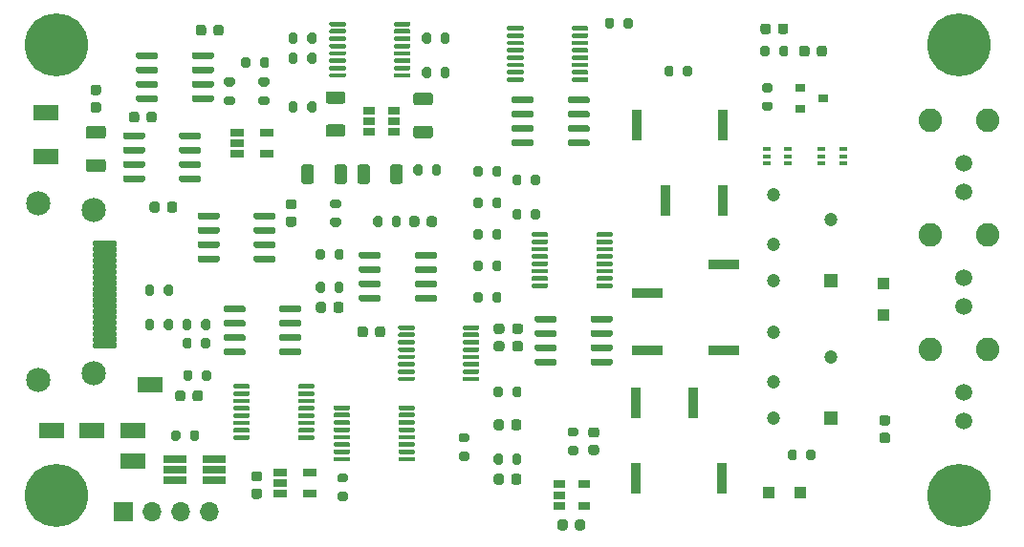
<source format=gts>
G04 #@! TF.GenerationSoftware,KiCad,Pcbnew,(5.1.12-1-10_14)*
G04 #@! TF.CreationDate,2022-04-11T16:53:27-05:00*
G04 #@! TF.ProjectId,bath_clamp,62617468-5f63-46c6-916d-702e6b696361,rev?*
G04 #@! TF.SameCoordinates,Original*
G04 #@! TF.FileFunction,Soldermask,Top*
G04 #@! TF.FilePolarity,Negative*
%FSLAX46Y46*%
G04 Gerber Fmt 4.6, Leading zero omitted, Abs format (unit mm)*
G04 Created by KiCad (PCBNEW (5.1.12-1-10_14)) date 2022-04-11 16:53:27*
%MOMM*%
%LPD*%
G01*
G04 APERTURE LIST*
%ADD10C,5.600000*%
%ADD11C,1.500000*%
%ADD12O,1.700000X1.700000*%
%ADD13R,1.700000X1.700000*%
%ADD14R,2.000000X0.650000*%
%ADD15R,1.200000X1.200000*%
%ADD16C,1.200000*%
%ADD17R,1.220000X0.650000*%
%ADD18C,2.153200*%
%ADD19C,2.082800*%
%ADD20R,2.200000X1.450000*%
%ADD21R,0.812800X2.667000*%
%ADD22R,1.100000X1.100000*%
%ADD23R,1.060000X0.650000*%
%ADD24R,0.650000X0.400000*%
%ADD25C,5.599999*%
%ADD26R,2.667000X0.812800*%
%ADD27R,0.900000X0.800000*%
G04 APERTURE END LIST*
D10*
X84000000Y44000000D03*
X84000000Y4000000D03*
D11*
X84400000Y33490000D03*
X84400000Y13170000D03*
X84400000Y23330000D03*
X84400000Y10630000D03*
X84400000Y20790000D03*
X84400000Y30950000D03*
D12*
X17620000Y2600000D03*
X15080000Y2600000D03*
X12540000Y2600000D03*
D13*
X10000000Y2600000D03*
G36*
G01*
X16098400Y12602400D02*
X16098400Y13102400D01*
G75*
G02*
X16323400Y13327400I225000J0D01*
G01*
X16773400Y13327400D01*
G75*
G02*
X16998400Y13102400I0J-225000D01*
G01*
X16998400Y12602400D01*
G75*
G02*
X16773400Y12377400I-225000J0D01*
G01*
X16323400Y12377400D01*
G75*
G02*
X16098400Y12602400I0J225000D01*
G01*
G37*
G36*
G01*
X14548400Y12602400D02*
X14548400Y13102400D01*
G75*
G02*
X14773400Y13327400I225000J0D01*
G01*
X15223400Y13327400D01*
G75*
G02*
X15448400Y13102400I0J-225000D01*
G01*
X15448400Y12602400D01*
G75*
G02*
X15223400Y12377400I-225000J0D01*
G01*
X14773400Y12377400D01*
G75*
G02*
X14548400Y12602400I0J225000D01*
G01*
G37*
G36*
G01*
X49673800Y45342300D02*
X49673800Y45542300D01*
G75*
G02*
X49773800Y45642300I100000J0D01*
G01*
X51048800Y45642300D01*
G75*
G02*
X51148800Y45542300I0J-100000D01*
G01*
X51148800Y45342300D01*
G75*
G02*
X51048800Y45242300I-100000J0D01*
G01*
X49773800Y45242300D01*
G75*
G02*
X49673800Y45342300I0J100000D01*
G01*
G37*
G36*
G01*
X49673800Y44692300D02*
X49673800Y44892300D01*
G75*
G02*
X49773800Y44992300I100000J0D01*
G01*
X51048800Y44992300D01*
G75*
G02*
X51148800Y44892300I0J-100000D01*
G01*
X51148800Y44692300D01*
G75*
G02*
X51048800Y44592300I-100000J0D01*
G01*
X49773800Y44592300D01*
G75*
G02*
X49673800Y44692300I0J100000D01*
G01*
G37*
G36*
G01*
X49673800Y44042300D02*
X49673800Y44242300D01*
G75*
G02*
X49773800Y44342300I100000J0D01*
G01*
X51048800Y44342300D01*
G75*
G02*
X51148800Y44242300I0J-100000D01*
G01*
X51148800Y44042300D01*
G75*
G02*
X51048800Y43942300I-100000J0D01*
G01*
X49773800Y43942300D01*
G75*
G02*
X49673800Y44042300I0J100000D01*
G01*
G37*
G36*
G01*
X49673800Y43392300D02*
X49673800Y43592300D01*
G75*
G02*
X49773800Y43692300I100000J0D01*
G01*
X51048800Y43692300D01*
G75*
G02*
X51148800Y43592300I0J-100000D01*
G01*
X51148800Y43392300D01*
G75*
G02*
X51048800Y43292300I-100000J0D01*
G01*
X49773800Y43292300D01*
G75*
G02*
X49673800Y43392300I0J100000D01*
G01*
G37*
G36*
G01*
X49673800Y42742300D02*
X49673800Y42942300D01*
G75*
G02*
X49773800Y43042300I100000J0D01*
G01*
X51048800Y43042300D01*
G75*
G02*
X51148800Y42942300I0J-100000D01*
G01*
X51148800Y42742300D01*
G75*
G02*
X51048800Y42642300I-100000J0D01*
G01*
X49773800Y42642300D01*
G75*
G02*
X49673800Y42742300I0J100000D01*
G01*
G37*
G36*
G01*
X49673800Y42092300D02*
X49673800Y42292300D01*
G75*
G02*
X49773800Y42392300I100000J0D01*
G01*
X51048800Y42392300D01*
G75*
G02*
X51148800Y42292300I0J-100000D01*
G01*
X51148800Y42092300D01*
G75*
G02*
X51048800Y41992300I-100000J0D01*
G01*
X49773800Y41992300D01*
G75*
G02*
X49673800Y42092300I0J100000D01*
G01*
G37*
G36*
G01*
X49673800Y41442300D02*
X49673800Y41642300D01*
G75*
G02*
X49773800Y41742300I100000J0D01*
G01*
X51048800Y41742300D01*
G75*
G02*
X51148800Y41642300I0J-100000D01*
G01*
X51148800Y41442300D01*
G75*
G02*
X51048800Y41342300I-100000J0D01*
G01*
X49773800Y41342300D01*
G75*
G02*
X49673800Y41442300I0J100000D01*
G01*
G37*
G36*
G01*
X49673800Y40792300D02*
X49673800Y40992300D01*
G75*
G02*
X49773800Y41092300I100000J0D01*
G01*
X51048800Y41092300D01*
G75*
G02*
X51148800Y40992300I0J-100000D01*
G01*
X51148800Y40792300D01*
G75*
G02*
X51048800Y40692300I-100000J0D01*
G01*
X49773800Y40692300D01*
G75*
G02*
X49673800Y40792300I0J100000D01*
G01*
G37*
G36*
G01*
X43948800Y40792300D02*
X43948800Y40992300D01*
G75*
G02*
X44048800Y41092300I100000J0D01*
G01*
X45323800Y41092300D01*
G75*
G02*
X45423800Y40992300I0J-100000D01*
G01*
X45423800Y40792300D01*
G75*
G02*
X45323800Y40692300I-100000J0D01*
G01*
X44048800Y40692300D01*
G75*
G02*
X43948800Y40792300I0J100000D01*
G01*
G37*
G36*
G01*
X43948800Y41442300D02*
X43948800Y41642300D01*
G75*
G02*
X44048800Y41742300I100000J0D01*
G01*
X45323800Y41742300D01*
G75*
G02*
X45423800Y41642300I0J-100000D01*
G01*
X45423800Y41442300D01*
G75*
G02*
X45323800Y41342300I-100000J0D01*
G01*
X44048800Y41342300D01*
G75*
G02*
X43948800Y41442300I0J100000D01*
G01*
G37*
G36*
G01*
X43948800Y42092300D02*
X43948800Y42292300D01*
G75*
G02*
X44048800Y42392300I100000J0D01*
G01*
X45323800Y42392300D01*
G75*
G02*
X45423800Y42292300I0J-100000D01*
G01*
X45423800Y42092300D01*
G75*
G02*
X45323800Y41992300I-100000J0D01*
G01*
X44048800Y41992300D01*
G75*
G02*
X43948800Y42092300I0J100000D01*
G01*
G37*
G36*
G01*
X43948800Y42742300D02*
X43948800Y42942300D01*
G75*
G02*
X44048800Y43042300I100000J0D01*
G01*
X45323800Y43042300D01*
G75*
G02*
X45423800Y42942300I0J-100000D01*
G01*
X45423800Y42742300D01*
G75*
G02*
X45323800Y42642300I-100000J0D01*
G01*
X44048800Y42642300D01*
G75*
G02*
X43948800Y42742300I0J100000D01*
G01*
G37*
G36*
G01*
X43948800Y43392300D02*
X43948800Y43592300D01*
G75*
G02*
X44048800Y43692300I100000J0D01*
G01*
X45323800Y43692300D01*
G75*
G02*
X45423800Y43592300I0J-100000D01*
G01*
X45423800Y43392300D01*
G75*
G02*
X45323800Y43292300I-100000J0D01*
G01*
X44048800Y43292300D01*
G75*
G02*
X43948800Y43392300I0J100000D01*
G01*
G37*
G36*
G01*
X43948800Y44042300D02*
X43948800Y44242300D01*
G75*
G02*
X44048800Y44342300I100000J0D01*
G01*
X45323800Y44342300D01*
G75*
G02*
X45423800Y44242300I0J-100000D01*
G01*
X45423800Y44042300D01*
G75*
G02*
X45323800Y43942300I-100000J0D01*
G01*
X44048800Y43942300D01*
G75*
G02*
X43948800Y44042300I0J100000D01*
G01*
G37*
G36*
G01*
X43948800Y44692300D02*
X43948800Y44892300D01*
G75*
G02*
X44048800Y44992300I100000J0D01*
G01*
X45323800Y44992300D01*
G75*
G02*
X45423800Y44892300I0J-100000D01*
G01*
X45423800Y44692300D01*
G75*
G02*
X45323800Y44592300I-100000J0D01*
G01*
X44048800Y44592300D01*
G75*
G02*
X43948800Y44692300I0J100000D01*
G01*
G37*
G36*
G01*
X43948800Y45342300D02*
X43948800Y45542300D01*
G75*
G02*
X44048800Y45642300I100000J0D01*
G01*
X45323800Y45642300D01*
G75*
G02*
X45423800Y45542300I0J-100000D01*
G01*
X45423800Y45342300D01*
G75*
G02*
X45323800Y45242300I-100000J0D01*
G01*
X44048800Y45242300D01*
G75*
G02*
X43948800Y45342300I0J100000D01*
G01*
G37*
D14*
X14546000Y5336500D03*
X14546000Y6286500D03*
X14546000Y7236500D03*
X17966000Y7236500D03*
X17966000Y6286500D03*
X17966000Y5336500D03*
D15*
X72644000Y23050500D03*
D16*
X72644000Y28450500D03*
X67564000Y30650500D03*
X67564000Y26250500D03*
X67564000Y23050500D03*
D15*
X72644000Y10858500D03*
D16*
X72644000Y16258500D03*
X67564000Y18458500D03*
X67564000Y14058500D03*
X67564000Y10858500D03*
D17*
X22646000Y36192500D03*
X22646000Y34292500D03*
X20026000Y34292500D03*
X20026000Y35242500D03*
X20026000Y36192500D03*
G36*
G01*
X46302800Y35443300D02*
X46302800Y35143300D01*
G75*
G02*
X46152800Y34993300I-150000J0D01*
G01*
X44502800Y34993300D01*
G75*
G02*
X44352800Y35143300I0J150000D01*
G01*
X44352800Y35443300D01*
G75*
G02*
X44502800Y35593300I150000J0D01*
G01*
X46152800Y35593300D01*
G75*
G02*
X46302800Y35443300I0J-150000D01*
G01*
G37*
G36*
G01*
X46302800Y36713300D02*
X46302800Y36413300D01*
G75*
G02*
X46152800Y36263300I-150000J0D01*
G01*
X44502800Y36263300D01*
G75*
G02*
X44352800Y36413300I0J150000D01*
G01*
X44352800Y36713300D01*
G75*
G02*
X44502800Y36863300I150000J0D01*
G01*
X46152800Y36863300D01*
G75*
G02*
X46302800Y36713300I0J-150000D01*
G01*
G37*
G36*
G01*
X46302800Y37983300D02*
X46302800Y37683300D01*
G75*
G02*
X46152800Y37533300I-150000J0D01*
G01*
X44502800Y37533300D01*
G75*
G02*
X44352800Y37683300I0J150000D01*
G01*
X44352800Y37983300D01*
G75*
G02*
X44502800Y38133300I150000J0D01*
G01*
X46152800Y38133300D01*
G75*
G02*
X46302800Y37983300I0J-150000D01*
G01*
G37*
G36*
G01*
X46302800Y39253300D02*
X46302800Y38953300D01*
G75*
G02*
X46152800Y38803300I-150000J0D01*
G01*
X44502800Y38803300D01*
G75*
G02*
X44352800Y38953300I0J150000D01*
G01*
X44352800Y39253300D01*
G75*
G02*
X44502800Y39403300I150000J0D01*
G01*
X46152800Y39403300D01*
G75*
G02*
X46302800Y39253300I0J-150000D01*
G01*
G37*
G36*
G01*
X51252800Y39253300D02*
X51252800Y38953300D01*
G75*
G02*
X51102800Y38803300I-150000J0D01*
G01*
X49452800Y38803300D01*
G75*
G02*
X49302800Y38953300I0J150000D01*
G01*
X49302800Y39253300D01*
G75*
G02*
X49452800Y39403300I150000J0D01*
G01*
X51102800Y39403300D01*
G75*
G02*
X51252800Y39253300I0J-150000D01*
G01*
G37*
G36*
G01*
X51252800Y37983300D02*
X51252800Y37683300D01*
G75*
G02*
X51102800Y37533300I-150000J0D01*
G01*
X49452800Y37533300D01*
G75*
G02*
X49302800Y37683300I0J150000D01*
G01*
X49302800Y37983300D01*
G75*
G02*
X49452800Y38133300I150000J0D01*
G01*
X51102800Y38133300D01*
G75*
G02*
X51252800Y37983300I0J-150000D01*
G01*
G37*
G36*
G01*
X51252800Y36713300D02*
X51252800Y36413300D01*
G75*
G02*
X51102800Y36263300I-150000J0D01*
G01*
X49452800Y36263300D01*
G75*
G02*
X49302800Y36413300I0J150000D01*
G01*
X49302800Y36713300D01*
G75*
G02*
X49452800Y36863300I150000J0D01*
G01*
X51102800Y36863300D01*
G75*
G02*
X51252800Y36713300I0J-150000D01*
G01*
G37*
G36*
G01*
X51252800Y35443300D02*
X51252800Y35143300D01*
G75*
G02*
X51102800Y34993300I-150000J0D01*
G01*
X49452800Y34993300D01*
G75*
G02*
X49302800Y35143300I0J150000D01*
G01*
X49302800Y35443300D01*
G75*
G02*
X49452800Y35593300I150000J0D01*
G01*
X51102800Y35593300D01*
G75*
G02*
X51252800Y35443300I0J-150000D01*
G01*
G37*
G36*
G01*
X53423000Y46185500D02*
X53423000Y45635500D01*
G75*
G02*
X53223000Y45435500I-200000J0D01*
G01*
X52823000Y45435500D01*
G75*
G02*
X52623000Y45635500I0J200000D01*
G01*
X52623000Y46185500D01*
G75*
G02*
X52823000Y46385500I200000J0D01*
G01*
X53223000Y46385500D01*
G75*
G02*
X53423000Y46185500I0J-200000D01*
G01*
G37*
G36*
G01*
X55073000Y46185500D02*
X55073000Y45635500D01*
G75*
G02*
X54873000Y45435500I-200000J0D01*
G01*
X54473000Y45435500D01*
G75*
G02*
X54273000Y45635500I0J200000D01*
G01*
X54273000Y46185500D01*
G75*
G02*
X54473000Y46385500I200000J0D01*
G01*
X54873000Y46385500D01*
G75*
G02*
X55073000Y46185500I0J-200000D01*
G01*
G37*
G36*
G01*
X39857000Y7893500D02*
X40407000Y7893500D01*
G75*
G02*
X40607000Y7693500I0J-200000D01*
G01*
X40607000Y7293500D01*
G75*
G02*
X40407000Y7093500I-200000J0D01*
G01*
X39857000Y7093500D01*
G75*
G02*
X39657000Y7293500I0J200000D01*
G01*
X39657000Y7693500D01*
G75*
G02*
X39857000Y7893500I200000J0D01*
G01*
G37*
G36*
G01*
X39857000Y9543500D02*
X40407000Y9543500D01*
G75*
G02*
X40607000Y9343500I0J-200000D01*
G01*
X40607000Y8943500D01*
G75*
G02*
X40407000Y8743500I-200000J0D01*
G01*
X39857000Y8743500D01*
G75*
G02*
X39657000Y8943500I0J200000D01*
G01*
X39657000Y9343500D01*
G75*
G02*
X39857000Y9543500I200000J0D01*
G01*
G37*
G36*
G01*
X50059000Y9251500D02*
X49509000Y9251500D01*
G75*
G02*
X49309000Y9451500I0J200000D01*
G01*
X49309000Y9851500D01*
G75*
G02*
X49509000Y10051500I200000J0D01*
G01*
X50059000Y10051500D01*
G75*
G02*
X50259000Y9851500I0J-200000D01*
G01*
X50259000Y9451500D01*
G75*
G02*
X50059000Y9251500I-200000J0D01*
G01*
G37*
G36*
G01*
X50059000Y7601500D02*
X49509000Y7601500D01*
G75*
G02*
X49309000Y7801500I0J200000D01*
G01*
X49309000Y8201500D01*
G75*
G02*
X49509000Y8401500I200000J0D01*
G01*
X50059000Y8401500D01*
G75*
G02*
X50259000Y8201500I0J-200000D01*
G01*
X50259000Y7801500D01*
G75*
G02*
X50059000Y7601500I-200000J0D01*
G01*
G37*
G36*
G01*
X67289800Y45652500D02*
X67289800Y45152500D01*
G75*
G02*
X67064800Y44927500I-225000J0D01*
G01*
X66614800Y44927500D01*
G75*
G02*
X66389800Y45152500I0J225000D01*
G01*
X66389800Y45652500D01*
G75*
G02*
X66614800Y45877500I225000J0D01*
G01*
X67064800Y45877500D01*
G75*
G02*
X67289800Y45652500I0J-225000D01*
G01*
G37*
G36*
G01*
X68839800Y45652500D02*
X68839800Y45152500D01*
G75*
G02*
X68614800Y44927500I-225000J0D01*
G01*
X68164800Y44927500D01*
G75*
G02*
X67939800Y45152500I0J225000D01*
G01*
X67939800Y45652500D01*
G75*
G02*
X68164800Y45877500I225000J0D01*
G01*
X68614800Y45877500D01*
G75*
G02*
X68839800Y45652500I0J-225000D01*
G01*
G37*
G36*
G01*
X49306600Y1647000D02*
X49306600Y1147000D01*
G75*
G02*
X49081600Y922000I-225000J0D01*
G01*
X48631600Y922000D01*
G75*
G02*
X48406600Y1147000I0J225000D01*
G01*
X48406600Y1647000D01*
G75*
G02*
X48631600Y1872000I225000J0D01*
G01*
X49081600Y1872000D01*
G75*
G02*
X49306600Y1647000I0J-225000D01*
G01*
G37*
G36*
G01*
X50856600Y1647000D02*
X50856600Y1147000D01*
G75*
G02*
X50631600Y922000I-225000J0D01*
G01*
X50181600Y922000D01*
G75*
G02*
X49956600Y1147000I0J225000D01*
G01*
X49956600Y1647000D01*
G75*
G02*
X50181600Y1872000I225000J0D01*
G01*
X50631600Y1872000D01*
G75*
G02*
X50856600Y1647000I0J-225000D01*
G01*
G37*
G36*
G01*
X8168401Y35647200D02*
X6868399Y35647200D01*
G75*
G02*
X6618400Y35897199I0J249999D01*
G01*
X6618400Y36547201D01*
G75*
G02*
X6868399Y36797200I249999J0D01*
G01*
X8168401Y36797200D01*
G75*
G02*
X8418400Y36547201I0J-249999D01*
G01*
X8418400Y35897199D01*
G75*
G02*
X8168401Y35647200I-249999J0D01*
G01*
G37*
G36*
G01*
X8168401Y32697200D02*
X6868399Y32697200D01*
G75*
G02*
X6618400Y32947199I0J249999D01*
G01*
X6618400Y33597201D01*
G75*
G02*
X6868399Y33847200I249999J0D01*
G01*
X8168401Y33847200D01*
G75*
G02*
X8418400Y33597201I0J-249999D01*
G01*
X8418400Y32947199D01*
G75*
G02*
X8168401Y32697200I-249999J0D01*
G01*
G37*
G36*
G01*
X17289900Y45525500D02*
X17289900Y45025500D01*
G75*
G02*
X17064900Y44800500I-225000J0D01*
G01*
X16614900Y44800500D01*
G75*
G02*
X16389900Y45025500I0J225000D01*
G01*
X16389900Y45525500D01*
G75*
G02*
X16614900Y45750500I225000J0D01*
G01*
X17064900Y45750500D01*
G75*
G02*
X17289900Y45525500I0J-225000D01*
G01*
G37*
G36*
G01*
X18839900Y45525500D02*
X18839900Y45025500D01*
G75*
G02*
X18614900Y44800500I-225000J0D01*
G01*
X18164900Y44800500D01*
G75*
G02*
X17939900Y45025500I0J225000D01*
G01*
X17939900Y45525500D01*
G75*
G02*
X18164900Y45750500I225000J0D01*
G01*
X18614900Y45750500D01*
G75*
G02*
X18839900Y45525500I0J-225000D01*
G01*
G37*
G36*
G01*
X7768400Y39529900D02*
X7268400Y39529900D01*
G75*
G02*
X7043400Y39754900I0J225000D01*
G01*
X7043400Y40204900D01*
G75*
G02*
X7268400Y40429900I225000J0D01*
G01*
X7768400Y40429900D01*
G75*
G02*
X7993400Y40204900I0J-225000D01*
G01*
X7993400Y39754900D01*
G75*
G02*
X7768400Y39529900I-225000J0D01*
G01*
G37*
G36*
G01*
X7768400Y37979900D02*
X7268400Y37979900D01*
G75*
G02*
X7043400Y38204900I0J225000D01*
G01*
X7043400Y38654900D01*
G75*
G02*
X7268400Y38879900I225000J0D01*
G01*
X7768400Y38879900D01*
G75*
G02*
X7993400Y38654900I0J-225000D01*
G01*
X7993400Y38204900D01*
G75*
G02*
X7768400Y37979900I-225000J0D01*
G01*
G37*
G36*
G01*
X43480800Y18346300D02*
X42980800Y18346300D01*
G75*
G02*
X42755800Y18571300I0J225000D01*
G01*
X42755800Y19021300D01*
G75*
G02*
X42980800Y19246300I225000J0D01*
G01*
X43480800Y19246300D01*
G75*
G02*
X43705800Y19021300I0J-225000D01*
G01*
X43705800Y18571300D01*
G75*
G02*
X43480800Y18346300I-225000J0D01*
G01*
G37*
G36*
G01*
X43480800Y16796300D02*
X42980800Y16796300D01*
G75*
G02*
X42755800Y17021300I0J225000D01*
G01*
X42755800Y17471300D01*
G75*
G02*
X42980800Y17696300I225000J0D01*
G01*
X43480800Y17696300D01*
G75*
G02*
X43705800Y17471300I0J-225000D01*
G01*
X43705800Y17021300D01*
G75*
G02*
X43480800Y16796300I-225000J0D01*
G01*
G37*
G36*
G01*
X44631800Y17696300D02*
X45131800Y17696300D01*
G75*
G02*
X45356800Y17471300I0J-225000D01*
G01*
X45356800Y17021300D01*
G75*
G02*
X45131800Y16796300I-225000J0D01*
G01*
X44631800Y16796300D01*
G75*
G02*
X44406800Y17021300I0J225000D01*
G01*
X44406800Y17471300D01*
G75*
G02*
X44631800Y17696300I225000J0D01*
G01*
G37*
G36*
G01*
X44631800Y19246300D02*
X45131800Y19246300D01*
G75*
G02*
X45356800Y19021300I0J-225000D01*
G01*
X45356800Y18571300D01*
G75*
G02*
X45131800Y18346300I-225000J0D01*
G01*
X44631800Y18346300D01*
G75*
G02*
X44406800Y18571300I0J225000D01*
G01*
X44406800Y19021300D01*
G75*
G02*
X44631800Y19246300I225000J0D01*
G01*
G37*
G36*
G01*
X77143800Y9568300D02*
X77643800Y9568300D01*
G75*
G02*
X77868800Y9343300I0J-225000D01*
G01*
X77868800Y8893300D01*
G75*
G02*
X77643800Y8668300I-225000J0D01*
G01*
X77143800Y8668300D01*
G75*
G02*
X76918800Y8893300I0J225000D01*
G01*
X76918800Y9343300D01*
G75*
G02*
X77143800Y9568300I225000J0D01*
G01*
G37*
G36*
G01*
X77143800Y11118300D02*
X77643800Y11118300D01*
G75*
G02*
X77868800Y10893300I0J-225000D01*
G01*
X77868800Y10443300D01*
G75*
G02*
X77643800Y10218300I-225000J0D01*
G01*
X77143800Y10218300D01*
G75*
G02*
X76918800Y10443300I0J225000D01*
G01*
X76918800Y10893300D01*
G75*
G02*
X77143800Y11118300I225000J0D01*
G01*
G37*
G36*
G01*
X13187800Y29828300D02*
X13187800Y29328300D01*
G75*
G02*
X12962800Y29103300I-225000J0D01*
G01*
X12512800Y29103300D01*
G75*
G02*
X12287800Y29328300I0J225000D01*
G01*
X12287800Y29828300D01*
G75*
G02*
X12512800Y30053300I225000J0D01*
G01*
X12962800Y30053300D01*
G75*
G02*
X13187800Y29828300I0J-225000D01*
G01*
G37*
G36*
G01*
X14737800Y29828300D02*
X14737800Y29328300D01*
G75*
G02*
X14512800Y29103300I-225000J0D01*
G01*
X14062800Y29103300D01*
G75*
G02*
X13837800Y29328300I0J225000D01*
G01*
X13837800Y29828300D01*
G75*
G02*
X14062800Y30053300I225000J0D01*
G01*
X14512800Y30053300D01*
G75*
G02*
X14737800Y29828300I0J-225000D01*
G01*
G37*
D18*
X2468800Y29935300D03*
X2468800Y14235300D03*
X7368800Y14835300D03*
X7368800Y29335300D03*
G36*
G01*
X7368800Y26585300D02*
X9268800Y26585300D01*
G75*
G02*
X9368800Y26485300I0J-100000D01*
G01*
X9368800Y26185300D01*
G75*
G02*
X9268800Y26085300I-100000J0D01*
G01*
X7368800Y26085300D01*
G75*
G02*
X7268800Y26185300I0J100000D01*
G01*
X7268800Y26485300D01*
G75*
G02*
X7368800Y26585300I100000J0D01*
G01*
G37*
G36*
G01*
X7368800Y26085300D02*
X9268800Y26085300D01*
G75*
G02*
X9368800Y25985300I0J-100000D01*
G01*
X9368800Y25685300D01*
G75*
G02*
X9268800Y25585300I-100000J0D01*
G01*
X7368800Y25585300D01*
G75*
G02*
X7268800Y25685300I0J100000D01*
G01*
X7268800Y25985300D01*
G75*
G02*
X7368800Y26085300I100000J0D01*
G01*
G37*
G36*
G01*
X7368800Y25586900D02*
X9268800Y25586900D01*
G75*
G02*
X9370400Y25485300I0J-101600D01*
G01*
X9370400Y25185300D01*
G75*
G02*
X9268800Y25083700I-101600J0D01*
G01*
X7368800Y25083700D01*
G75*
G02*
X7267200Y25185300I0J101600D01*
G01*
X7267200Y25485300D01*
G75*
G02*
X7368800Y25586900I101600J0D01*
G01*
G37*
G36*
G01*
X7368800Y25086900D02*
X9268800Y25086900D01*
G75*
G02*
X9370400Y24985300I0J-101600D01*
G01*
X9370400Y24685300D01*
G75*
G02*
X9268800Y24583700I-101600J0D01*
G01*
X7368800Y24583700D01*
G75*
G02*
X7267200Y24685300I0J101600D01*
G01*
X7267200Y24985300D01*
G75*
G02*
X7368800Y25086900I101600J0D01*
G01*
G37*
G36*
G01*
X7368800Y24586900D02*
X9268800Y24586900D01*
G75*
G02*
X9370400Y24485300I0J-101600D01*
G01*
X9370400Y24185300D01*
G75*
G02*
X9268800Y24083700I-101600J0D01*
G01*
X7368800Y24083700D01*
G75*
G02*
X7267200Y24185300I0J101600D01*
G01*
X7267200Y24485300D01*
G75*
G02*
X7368800Y24586900I101600J0D01*
G01*
G37*
G36*
G01*
X7368800Y24086900D02*
X9268800Y24086900D01*
G75*
G02*
X9370400Y23985300I0J-101600D01*
G01*
X9370400Y23685300D01*
G75*
G02*
X9268800Y23583700I-101600J0D01*
G01*
X7368800Y23583700D01*
G75*
G02*
X7267200Y23685300I0J101600D01*
G01*
X7267200Y23985300D01*
G75*
G02*
X7368800Y24086900I101600J0D01*
G01*
G37*
G36*
G01*
X7368800Y23586900D02*
X9268800Y23586900D01*
G75*
G02*
X9370400Y23485300I0J-101600D01*
G01*
X9370400Y23185300D01*
G75*
G02*
X9268800Y23083700I-101600J0D01*
G01*
X7368800Y23083700D01*
G75*
G02*
X7267200Y23185300I0J101600D01*
G01*
X7267200Y23485300D01*
G75*
G02*
X7368800Y23586900I101600J0D01*
G01*
G37*
G36*
G01*
X7368800Y23086900D02*
X9268800Y23086900D01*
G75*
G02*
X9370400Y22985300I0J-101600D01*
G01*
X9370400Y22685300D01*
G75*
G02*
X9268800Y22583700I-101600J0D01*
G01*
X7368800Y22583700D01*
G75*
G02*
X7267200Y22685300I0J101600D01*
G01*
X7267200Y22985300D01*
G75*
G02*
X7368800Y23086900I101600J0D01*
G01*
G37*
G36*
G01*
X7368800Y22586900D02*
X9268800Y22586900D01*
G75*
G02*
X9370400Y22485300I0J-101600D01*
G01*
X9370400Y22185300D01*
G75*
G02*
X9268800Y22083700I-101600J0D01*
G01*
X7368800Y22083700D01*
G75*
G02*
X7267200Y22185300I0J101600D01*
G01*
X7267200Y22485300D01*
G75*
G02*
X7368800Y22586900I101600J0D01*
G01*
G37*
G36*
G01*
X7368800Y17586900D02*
X9268800Y17586900D01*
G75*
G02*
X9370400Y17485300I0J-101600D01*
G01*
X9370400Y17185300D01*
G75*
G02*
X9268800Y17083700I-101600J0D01*
G01*
X7368800Y17083700D01*
G75*
G02*
X7267200Y17185300I0J101600D01*
G01*
X7267200Y17485300D01*
G75*
G02*
X7368800Y17586900I101600J0D01*
G01*
G37*
G36*
G01*
X7368800Y18086900D02*
X9268800Y18086900D01*
G75*
G02*
X9370400Y17985300I0J-101600D01*
G01*
X9370400Y17685300D01*
G75*
G02*
X9268800Y17583700I-101600J0D01*
G01*
X7368800Y17583700D01*
G75*
G02*
X7267200Y17685300I0J101600D01*
G01*
X7267200Y17985300D01*
G75*
G02*
X7368800Y18086900I101600J0D01*
G01*
G37*
G36*
G01*
X7368800Y18586900D02*
X9268800Y18586900D01*
G75*
G02*
X9370400Y18485300I0J-101600D01*
G01*
X9370400Y18185300D01*
G75*
G02*
X9268800Y18083700I-101600J0D01*
G01*
X7368800Y18083700D01*
G75*
G02*
X7267200Y18185300I0J101600D01*
G01*
X7267200Y18485300D01*
G75*
G02*
X7368800Y18586900I101600J0D01*
G01*
G37*
G36*
G01*
X7368800Y19086900D02*
X9268800Y19086900D01*
G75*
G02*
X9370400Y18985300I0J-101600D01*
G01*
X9370400Y18685300D01*
G75*
G02*
X9268800Y18583700I-101600J0D01*
G01*
X7368800Y18583700D01*
G75*
G02*
X7267200Y18685300I0J101600D01*
G01*
X7267200Y18985300D01*
G75*
G02*
X7368800Y19086900I101600J0D01*
G01*
G37*
G36*
G01*
X7368800Y19586900D02*
X9268800Y19586900D01*
G75*
G02*
X9370400Y19485300I0J-101600D01*
G01*
X9370400Y19185300D01*
G75*
G02*
X9268800Y19083700I-101600J0D01*
G01*
X7368800Y19083700D01*
G75*
G02*
X7267200Y19185300I0J101600D01*
G01*
X7267200Y19485300D01*
G75*
G02*
X7368800Y19586900I101600J0D01*
G01*
G37*
G36*
G01*
X7368800Y20086900D02*
X9268800Y20086900D01*
G75*
G02*
X9370400Y19985300I0J-101600D01*
G01*
X9370400Y19685300D01*
G75*
G02*
X9268800Y19583700I-101600J0D01*
G01*
X7368800Y19583700D01*
G75*
G02*
X7267200Y19685300I0J101600D01*
G01*
X7267200Y19985300D01*
G75*
G02*
X7368800Y20086900I101600J0D01*
G01*
G37*
G36*
G01*
X7368800Y20586900D02*
X9268800Y20586900D01*
G75*
G02*
X9370400Y20485300I0J-101600D01*
G01*
X9370400Y20185300D01*
G75*
G02*
X9268800Y20083700I-101600J0D01*
G01*
X7368800Y20083700D01*
G75*
G02*
X7267200Y20185300I0J101600D01*
G01*
X7267200Y20485300D01*
G75*
G02*
X7368800Y20586900I101600J0D01*
G01*
G37*
G36*
G01*
X7368800Y21086900D02*
X9268800Y21086900D01*
G75*
G02*
X9370400Y20985300I0J-101600D01*
G01*
X9370400Y20685300D01*
G75*
G02*
X9268800Y20583700I-101600J0D01*
G01*
X7368800Y20583700D01*
G75*
G02*
X7267200Y20685300I0J101600D01*
G01*
X7267200Y20985300D01*
G75*
G02*
X7368800Y21086900I101600J0D01*
G01*
G37*
G36*
G01*
X7368800Y21586900D02*
X9268800Y21586900D01*
G75*
G02*
X9370400Y21485300I0J-101600D01*
G01*
X9370400Y21185300D01*
G75*
G02*
X9268800Y21083700I-101600J0D01*
G01*
X7368800Y21083700D01*
G75*
G02*
X7267200Y21185300I0J101600D01*
G01*
X7267200Y21485300D01*
G75*
G02*
X7368800Y21586900I101600J0D01*
G01*
G37*
G36*
G01*
X7368800Y22086900D02*
X9268800Y22086900D01*
G75*
G02*
X9370400Y21985300I0J-101600D01*
G01*
X9370400Y21685300D01*
G75*
G02*
X9268800Y21583700I-101600J0D01*
G01*
X7368800Y21583700D01*
G75*
G02*
X7267200Y21685300I0J101600D01*
G01*
X7267200Y21985300D01*
G75*
G02*
X7368800Y22086900I101600J0D01*
G01*
G37*
D19*
X86540000Y37300000D03*
X81460000Y37300000D03*
X86540000Y16980000D03*
X81460000Y16980000D03*
X86540000Y27140000D03*
X81460000Y27140000D03*
D20*
X7162800Y9766300D03*
X12369800Y13830300D03*
X10845800Y7099300D03*
X10845800Y9766300D03*
X3086100Y37934900D03*
X3606800Y9766300D03*
X3124200Y34048700D03*
G36*
G01*
X15856000Y9059500D02*
X15856000Y9609500D01*
G75*
G02*
X16056000Y9809500I200000J0D01*
G01*
X16456000Y9809500D01*
G75*
G02*
X16656000Y9609500I0J-200000D01*
G01*
X16656000Y9059500D01*
G75*
G02*
X16456000Y8859500I-200000J0D01*
G01*
X16056000Y8859500D01*
G75*
G02*
X15856000Y9059500I0J200000D01*
G01*
G37*
G36*
G01*
X14206000Y9059500D02*
X14206000Y9609500D01*
G75*
G02*
X14406000Y9809500I200000J0D01*
G01*
X14806000Y9809500D01*
G75*
G02*
X15006000Y9609500I0J-200000D01*
G01*
X15006000Y9059500D01*
G75*
G02*
X14806000Y8859500I-200000J0D01*
G01*
X14406000Y8859500D01*
G75*
G02*
X14206000Y9059500I0J200000D01*
G01*
G37*
G36*
G01*
X22017800Y5265300D02*
X21517800Y5265300D01*
G75*
G02*
X21292800Y5490300I0J225000D01*
G01*
X21292800Y5940300D01*
G75*
G02*
X21517800Y6165300I225000J0D01*
G01*
X22017800Y6165300D01*
G75*
G02*
X22242800Y5940300I0J-225000D01*
G01*
X22242800Y5490300D01*
G75*
G02*
X22017800Y5265300I-225000J0D01*
G01*
G37*
G36*
G01*
X22017800Y3715300D02*
X21517800Y3715300D01*
G75*
G02*
X21292800Y3940300I0J225000D01*
G01*
X21292800Y4390300D01*
G75*
G02*
X21517800Y4615300I225000J0D01*
G01*
X22017800Y4615300D01*
G75*
G02*
X22242800Y4390300I0J-225000D01*
G01*
X22242800Y3940300D01*
G75*
G02*
X22017800Y3715300I-225000J0D01*
G01*
G37*
D21*
X57938299Y30145299D03*
X63018299Y30145299D03*
X63018299Y36885301D03*
X55398299Y36885301D03*
G36*
G01*
X28669800Y22191300D02*
X28669800Y22741300D01*
G75*
G02*
X28869800Y22941300I200000J0D01*
G01*
X29269800Y22941300D01*
G75*
G02*
X29469800Y22741300I0J-200000D01*
G01*
X29469800Y22191300D01*
G75*
G02*
X29269800Y21991300I-200000J0D01*
G01*
X28869800Y21991300D01*
G75*
G02*
X28669800Y22191300I0J200000D01*
G01*
G37*
G36*
G01*
X27019800Y22191300D02*
X27019800Y22741300D01*
G75*
G02*
X27219800Y22941300I200000J0D01*
G01*
X27619800Y22941300D01*
G75*
G02*
X27819800Y22741300I0J-200000D01*
G01*
X27819800Y22191300D01*
G75*
G02*
X27619800Y21991300I-200000J0D01*
G01*
X27219800Y21991300D01*
G75*
G02*
X27019800Y22191300I0J200000D01*
G01*
G37*
G36*
G01*
X13556800Y21937300D02*
X13556800Y22487300D01*
G75*
G02*
X13756800Y22687300I200000J0D01*
G01*
X14156800Y22687300D01*
G75*
G02*
X14356800Y22487300I0J-200000D01*
G01*
X14356800Y21937300D01*
G75*
G02*
X14156800Y21737300I-200000J0D01*
G01*
X13756800Y21737300D01*
G75*
G02*
X13556800Y21937300I0J200000D01*
G01*
G37*
G36*
G01*
X11906800Y21937300D02*
X11906800Y22487300D01*
G75*
G02*
X12106800Y22687300I200000J0D01*
G01*
X12506800Y22687300D01*
G75*
G02*
X12706800Y22487300I0J-200000D01*
G01*
X12706800Y21937300D01*
G75*
G02*
X12506800Y21737300I-200000J0D01*
G01*
X12106800Y21737300D01*
G75*
G02*
X11906800Y21937300I0J200000D01*
G01*
G37*
G36*
G01*
X28669800Y25112300D02*
X28669800Y25662300D01*
G75*
G02*
X28869800Y25862300I200000J0D01*
G01*
X29269800Y25862300D01*
G75*
G02*
X29469800Y25662300I0J-200000D01*
G01*
X29469800Y25112300D01*
G75*
G02*
X29269800Y24912300I-200000J0D01*
G01*
X28869800Y24912300D01*
G75*
G02*
X28669800Y25112300I0J200000D01*
G01*
G37*
G36*
G01*
X27019800Y25112300D02*
X27019800Y25662300D01*
G75*
G02*
X27219800Y25862300I200000J0D01*
G01*
X27619800Y25862300D01*
G75*
G02*
X27819800Y25662300I0J-200000D01*
G01*
X27819800Y25112300D01*
G75*
G02*
X27619800Y24912300I-200000J0D01*
G01*
X27219800Y24912300D01*
G75*
G02*
X27019800Y25112300I0J200000D01*
G01*
G37*
G36*
G01*
X13556800Y18889300D02*
X13556800Y19439300D01*
G75*
G02*
X13756800Y19639300I200000J0D01*
G01*
X14156800Y19639300D01*
G75*
G02*
X14356800Y19439300I0J-200000D01*
G01*
X14356800Y18889300D01*
G75*
G02*
X14156800Y18689300I-200000J0D01*
G01*
X13756800Y18689300D01*
G75*
G02*
X13556800Y18889300I0J200000D01*
G01*
G37*
G36*
G01*
X11906800Y18889300D02*
X11906800Y19439300D01*
G75*
G02*
X12106800Y19639300I200000J0D01*
G01*
X12506800Y19639300D01*
G75*
G02*
X12706800Y19439300I0J-200000D01*
G01*
X12706800Y18889300D01*
G75*
G02*
X12506800Y18689300I-200000J0D01*
G01*
X12106800Y18689300D01*
G75*
G02*
X11906800Y18889300I0J200000D01*
G01*
G37*
G36*
G01*
X67189800Y43696300D02*
X67189800Y43146300D01*
G75*
G02*
X66989800Y42946300I-200000J0D01*
G01*
X66589800Y42946300D01*
G75*
G02*
X66389800Y43146300I0J200000D01*
G01*
X66389800Y43696300D01*
G75*
G02*
X66589800Y43896300I200000J0D01*
G01*
X66989800Y43896300D01*
G75*
G02*
X67189800Y43696300I0J-200000D01*
G01*
G37*
G36*
G01*
X68839800Y43696300D02*
X68839800Y43146300D01*
G75*
G02*
X68639800Y42946300I-200000J0D01*
G01*
X68239800Y42946300D01*
G75*
G02*
X68039800Y43146300I0J200000D01*
G01*
X68039800Y43696300D01*
G75*
G02*
X68239800Y43896300I200000J0D01*
G01*
X68639800Y43896300D01*
G75*
G02*
X68839800Y43696300I0J-200000D01*
G01*
G37*
G36*
G01*
X69602800Y7882300D02*
X69602800Y7332300D01*
G75*
G02*
X69402800Y7132300I-200000J0D01*
G01*
X69002800Y7132300D01*
G75*
G02*
X68802800Y7332300I0J200000D01*
G01*
X68802800Y7882300D01*
G75*
G02*
X69002800Y8082300I200000J0D01*
G01*
X69402800Y8082300D01*
G75*
G02*
X69602800Y7882300I0J-200000D01*
G01*
G37*
G36*
G01*
X71252800Y7882300D02*
X71252800Y7332300D01*
G75*
G02*
X71052800Y7132300I-200000J0D01*
G01*
X70652800Y7132300D01*
G75*
G02*
X70452800Y7332300I0J200000D01*
G01*
X70452800Y7882300D01*
G75*
G02*
X70652800Y8082300I200000J0D01*
G01*
X71052800Y8082300D01*
G75*
G02*
X71252800Y7882300I0J-200000D01*
G01*
G37*
G36*
G01*
X42639800Y29684300D02*
X42639800Y30234300D01*
G75*
G02*
X42839800Y30434300I200000J0D01*
G01*
X43239800Y30434300D01*
G75*
G02*
X43439800Y30234300I0J-200000D01*
G01*
X43439800Y29684300D01*
G75*
G02*
X43239800Y29484300I-200000J0D01*
G01*
X42839800Y29484300D01*
G75*
G02*
X42639800Y29684300I0J200000D01*
G01*
G37*
G36*
G01*
X40989800Y29684300D02*
X40989800Y30234300D01*
G75*
G02*
X41189800Y30434300I200000J0D01*
G01*
X41589800Y30434300D01*
G75*
G02*
X41789800Y30234300I0J-200000D01*
G01*
X41789800Y29684300D01*
G75*
G02*
X41589800Y29484300I-200000J0D01*
G01*
X41189800Y29484300D01*
G75*
G02*
X40989800Y29684300I0J200000D01*
G01*
G37*
G36*
G01*
X42639800Y26890300D02*
X42639800Y27440300D01*
G75*
G02*
X42839800Y27640300I200000J0D01*
G01*
X43239800Y27640300D01*
G75*
G02*
X43439800Y27440300I0J-200000D01*
G01*
X43439800Y26890300D01*
G75*
G02*
X43239800Y26690300I-200000J0D01*
G01*
X42839800Y26690300D01*
G75*
G02*
X42639800Y26890300I0J200000D01*
G01*
G37*
G36*
G01*
X40989800Y26890300D02*
X40989800Y27440300D01*
G75*
G02*
X41189800Y27640300I200000J0D01*
G01*
X41589800Y27640300D01*
G75*
G02*
X41789800Y27440300I0J-200000D01*
G01*
X41789800Y26890300D01*
G75*
G02*
X41589800Y26690300I-200000J0D01*
G01*
X41189800Y26690300D01*
G75*
G02*
X40989800Y26890300I0J200000D01*
G01*
G37*
G36*
G01*
X42639800Y24096300D02*
X42639800Y24646300D01*
G75*
G02*
X42839800Y24846300I200000J0D01*
G01*
X43239800Y24846300D01*
G75*
G02*
X43439800Y24646300I0J-200000D01*
G01*
X43439800Y24096300D01*
G75*
G02*
X43239800Y23896300I-200000J0D01*
G01*
X42839800Y23896300D01*
G75*
G02*
X42639800Y24096300I0J200000D01*
G01*
G37*
G36*
G01*
X40989800Y24096300D02*
X40989800Y24646300D01*
G75*
G02*
X41189800Y24846300I200000J0D01*
G01*
X41589800Y24846300D01*
G75*
G02*
X41789800Y24646300I0J-200000D01*
G01*
X41789800Y24096300D01*
G75*
G02*
X41589800Y23896300I-200000J0D01*
G01*
X41189800Y23896300D01*
G75*
G02*
X40989800Y24096300I0J200000D01*
G01*
G37*
G36*
G01*
X42639800Y21302300D02*
X42639800Y21852300D01*
G75*
G02*
X42839800Y22052300I200000J0D01*
G01*
X43239800Y22052300D01*
G75*
G02*
X43439800Y21852300I0J-200000D01*
G01*
X43439800Y21302300D01*
G75*
G02*
X43239800Y21102300I-200000J0D01*
G01*
X42839800Y21102300D01*
G75*
G02*
X42639800Y21302300I0J200000D01*
G01*
G37*
G36*
G01*
X40989800Y21302300D02*
X40989800Y21852300D01*
G75*
G02*
X41189800Y22052300I200000J0D01*
G01*
X41589800Y22052300D01*
G75*
G02*
X41789800Y21852300I0J-200000D01*
G01*
X41789800Y21302300D01*
G75*
G02*
X41589800Y21102300I-200000J0D01*
G01*
X41189800Y21102300D01*
G75*
G02*
X40989800Y21302300I0J200000D01*
G01*
G37*
G36*
G01*
X42639800Y32478300D02*
X42639800Y33028300D01*
G75*
G02*
X42839800Y33228300I200000J0D01*
G01*
X43239800Y33228300D01*
G75*
G02*
X43439800Y33028300I0J-200000D01*
G01*
X43439800Y32478300D01*
G75*
G02*
X43239800Y32278300I-200000J0D01*
G01*
X42839800Y32278300D01*
G75*
G02*
X42639800Y32478300I0J200000D01*
G01*
G37*
G36*
G01*
X40989800Y32478300D02*
X40989800Y33028300D01*
G75*
G02*
X41189800Y33228300I200000J0D01*
G01*
X41589800Y33228300D01*
G75*
G02*
X41789800Y33028300I0J-200000D01*
G01*
X41789800Y32478300D01*
G75*
G02*
X41589800Y32278300I-200000J0D01*
G01*
X41189800Y32278300D01*
G75*
G02*
X40989800Y32478300I0J200000D01*
G01*
G37*
G36*
G01*
X46068800Y31716300D02*
X46068800Y32266300D01*
G75*
G02*
X46268800Y32466300I200000J0D01*
G01*
X46668800Y32466300D01*
G75*
G02*
X46868800Y32266300I0J-200000D01*
G01*
X46868800Y31716300D01*
G75*
G02*
X46668800Y31516300I-200000J0D01*
G01*
X46268800Y31516300D01*
G75*
G02*
X46068800Y31716300I0J200000D01*
G01*
G37*
G36*
G01*
X44418800Y31716300D02*
X44418800Y32266300D01*
G75*
G02*
X44618800Y32466300I200000J0D01*
G01*
X45018800Y32466300D01*
G75*
G02*
X45218800Y32266300I0J-200000D01*
G01*
X45218800Y31716300D01*
G75*
G02*
X45018800Y31516300I-200000J0D01*
G01*
X44618800Y31516300D01*
G75*
G02*
X44418800Y31716300I0J200000D01*
G01*
G37*
G36*
G01*
X46068800Y28668300D02*
X46068800Y29218300D01*
G75*
G02*
X46268800Y29418300I200000J0D01*
G01*
X46668800Y29418300D01*
G75*
G02*
X46868800Y29218300I0J-200000D01*
G01*
X46868800Y28668300D01*
G75*
G02*
X46668800Y28468300I-200000J0D01*
G01*
X46268800Y28468300D01*
G75*
G02*
X46068800Y28668300I0J200000D01*
G01*
G37*
G36*
G01*
X44418800Y28668300D02*
X44418800Y29218300D01*
G75*
G02*
X44618800Y29418300I200000J0D01*
G01*
X45018800Y29418300D01*
G75*
G02*
X45218800Y29218300I0J-200000D01*
G01*
X45218800Y28668300D01*
G75*
G02*
X45018800Y28468300I-200000J0D01*
G01*
X44618800Y28468300D01*
G75*
G02*
X44418800Y28668300I0J200000D01*
G01*
G37*
D22*
X67103800Y4305300D03*
X69903800Y4305300D03*
X77266800Y20050300D03*
X77266800Y22850300D03*
G36*
G01*
X23775800Y20411300D02*
X23775800Y20711300D01*
G75*
G02*
X23925800Y20861300I150000J0D01*
G01*
X25575800Y20861300D01*
G75*
G02*
X25725800Y20711300I0J-150000D01*
G01*
X25725800Y20411300D01*
G75*
G02*
X25575800Y20261300I-150000J0D01*
G01*
X23925800Y20261300D01*
G75*
G02*
X23775800Y20411300I0J150000D01*
G01*
G37*
G36*
G01*
X23775800Y19141300D02*
X23775800Y19441300D01*
G75*
G02*
X23925800Y19591300I150000J0D01*
G01*
X25575800Y19591300D01*
G75*
G02*
X25725800Y19441300I0J-150000D01*
G01*
X25725800Y19141300D01*
G75*
G02*
X25575800Y18991300I-150000J0D01*
G01*
X23925800Y18991300D01*
G75*
G02*
X23775800Y19141300I0J150000D01*
G01*
G37*
G36*
G01*
X23775800Y17871300D02*
X23775800Y18171300D01*
G75*
G02*
X23925800Y18321300I150000J0D01*
G01*
X25575800Y18321300D01*
G75*
G02*
X25725800Y18171300I0J-150000D01*
G01*
X25725800Y17871300D01*
G75*
G02*
X25575800Y17721300I-150000J0D01*
G01*
X23925800Y17721300D01*
G75*
G02*
X23775800Y17871300I0J150000D01*
G01*
G37*
G36*
G01*
X23775800Y16601300D02*
X23775800Y16901300D01*
G75*
G02*
X23925800Y17051300I150000J0D01*
G01*
X25575800Y17051300D01*
G75*
G02*
X25725800Y16901300I0J-150000D01*
G01*
X25725800Y16601300D01*
G75*
G02*
X25575800Y16451300I-150000J0D01*
G01*
X23925800Y16451300D01*
G75*
G02*
X23775800Y16601300I0J150000D01*
G01*
G37*
G36*
G01*
X18825800Y16601300D02*
X18825800Y16901300D01*
G75*
G02*
X18975800Y17051300I150000J0D01*
G01*
X20625800Y17051300D01*
G75*
G02*
X20775800Y16901300I0J-150000D01*
G01*
X20775800Y16601300D01*
G75*
G02*
X20625800Y16451300I-150000J0D01*
G01*
X18975800Y16451300D01*
G75*
G02*
X18825800Y16601300I0J150000D01*
G01*
G37*
G36*
G01*
X18825800Y17871300D02*
X18825800Y18171300D01*
G75*
G02*
X18975800Y18321300I150000J0D01*
G01*
X20625800Y18321300D01*
G75*
G02*
X20775800Y18171300I0J-150000D01*
G01*
X20775800Y17871300D01*
G75*
G02*
X20625800Y17721300I-150000J0D01*
G01*
X18975800Y17721300D01*
G75*
G02*
X18825800Y17871300I0J150000D01*
G01*
G37*
G36*
G01*
X18825800Y19141300D02*
X18825800Y19441300D01*
G75*
G02*
X18975800Y19591300I150000J0D01*
G01*
X20625800Y19591300D01*
G75*
G02*
X20775800Y19441300I0J-150000D01*
G01*
X20775800Y19141300D01*
G75*
G02*
X20625800Y18991300I-150000J0D01*
G01*
X18975800Y18991300D01*
G75*
G02*
X18825800Y19141300I0J150000D01*
G01*
G37*
G36*
G01*
X18825800Y20411300D02*
X18825800Y20711300D01*
G75*
G02*
X18975800Y20861300I150000J0D01*
G01*
X20625800Y20861300D01*
G75*
G02*
X20775800Y20711300I0J-150000D01*
G01*
X20775800Y20411300D01*
G75*
G02*
X20625800Y20261300I-150000J0D01*
G01*
X18975800Y20261300D01*
G75*
G02*
X18825800Y20411300I0J150000D01*
G01*
G37*
G36*
G01*
X16028800Y42890300D02*
X16028800Y43190300D01*
G75*
G02*
X16178800Y43340300I150000J0D01*
G01*
X17828800Y43340300D01*
G75*
G02*
X17978800Y43190300I0J-150000D01*
G01*
X17978800Y42890300D01*
G75*
G02*
X17828800Y42740300I-150000J0D01*
G01*
X16178800Y42740300D01*
G75*
G02*
X16028800Y42890300I0J150000D01*
G01*
G37*
G36*
G01*
X16028800Y41620300D02*
X16028800Y41920300D01*
G75*
G02*
X16178800Y42070300I150000J0D01*
G01*
X17828800Y42070300D01*
G75*
G02*
X17978800Y41920300I0J-150000D01*
G01*
X17978800Y41620300D01*
G75*
G02*
X17828800Y41470300I-150000J0D01*
G01*
X16178800Y41470300D01*
G75*
G02*
X16028800Y41620300I0J150000D01*
G01*
G37*
G36*
G01*
X16028800Y40350300D02*
X16028800Y40650300D01*
G75*
G02*
X16178800Y40800300I150000J0D01*
G01*
X17828800Y40800300D01*
G75*
G02*
X17978800Y40650300I0J-150000D01*
G01*
X17978800Y40350300D01*
G75*
G02*
X17828800Y40200300I-150000J0D01*
G01*
X16178800Y40200300D01*
G75*
G02*
X16028800Y40350300I0J150000D01*
G01*
G37*
G36*
G01*
X16028800Y39080300D02*
X16028800Y39380300D01*
G75*
G02*
X16178800Y39530300I150000J0D01*
G01*
X17828800Y39530300D01*
G75*
G02*
X17978800Y39380300I0J-150000D01*
G01*
X17978800Y39080300D01*
G75*
G02*
X17828800Y38930300I-150000J0D01*
G01*
X16178800Y38930300D01*
G75*
G02*
X16028800Y39080300I0J150000D01*
G01*
G37*
G36*
G01*
X11078800Y39080300D02*
X11078800Y39380300D01*
G75*
G02*
X11228800Y39530300I150000J0D01*
G01*
X12878800Y39530300D01*
G75*
G02*
X13028800Y39380300I0J-150000D01*
G01*
X13028800Y39080300D01*
G75*
G02*
X12878800Y38930300I-150000J0D01*
G01*
X11228800Y38930300D01*
G75*
G02*
X11078800Y39080300I0J150000D01*
G01*
G37*
G36*
G01*
X11078800Y40350300D02*
X11078800Y40650300D01*
G75*
G02*
X11228800Y40800300I150000J0D01*
G01*
X12878800Y40800300D01*
G75*
G02*
X13028800Y40650300I0J-150000D01*
G01*
X13028800Y40350300D01*
G75*
G02*
X12878800Y40200300I-150000J0D01*
G01*
X11228800Y40200300D01*
G75*
G02*
X11078800Y40350300I0J150000D01*
G01*
G37*
G36*
G01*
X11078800Y41620300D02*
X11078800Y41920300D01*
G75*
G02*
X11228800Y42070300I150000J0D01*
G01*
X12878800Y42070300D01*
G75*
G02*
X13028800Y41920300I0J-150000D01*
G01*
X13028800Y41620300D01*
G75*
G02*
X12878800Y41470300I-150000J0D01*
G01*
X11228800Y41470300D01*
G75*
G02*
X11078800Y41620300I0J150000D01*
G01*
G37*
G36*
G01*
X11078800Y42890300D02*
X11078800Y43190300D01*
G75*
G02*
X11228800Y43340300I150000J0D01*
G01*
X12878800Y43340300D01*
G75*
G02*
X13028800Y43190300I0J-150000D01*
G01*
X13028800Y42890300D01*
G75*
G02*
X12878800Y42740300I-150000J0D01*
G01*
X11228800Y42740300D01*
G75*
G02*
X11078800Y42890300I0J150000D01*
G01*
G37*
G36*
G01*
X29027800Y29495300D02*
X28477800Y29495300D01*
G75*
G02*
X28277800Y29695300I0J200000D01*
G01*
X28277800Y30095300D01*
G75*
G02*
X28477800Y30295300I200000J0D01*
G01*
X29027800Y30295300D01*
G75*
G02*
X29227800Y30095300I0J-200000D01*
G01*
X29227800Y29695300D01*
G75*
G02*
X29027800Y29495300I-200000J0D01*
G01*
G37*
G36*
G01*
X29027800Y27845300D02*
X28477800Y27845300D01*
G75*
G02*
X28277800Y28045300I0J200000D01*
G01*
X28277800Y28445300D01*
G75*
G02*
X28477800Y28645300I200000J0D01*
G01*
X29027800Y28645300D01*
G75*
G02*
X29227800Y28445300I0J-200000D01*
G01*
X29227800Y28045300D01*
G75*
G02*
X29027800Y27845300I-200000J0D01*
G01*
G37*
G36*
G01*
X16008800Y19439300D02*
X16008800Y18889300D01*
G75*
G02*
X15808800Y18689300I-200000J0D01*
G01*
X15408800Y18689300D01*
G75*
G02*
X15208800Y18889300I0J200000D01*
G01*
X15208800Y19439300D01*
G75*
G02*
X15408800Y19639300I200000J0D01*
G01*
X15808800Y19639300D01*
G75*
G02*
X16008800Y19439300I0J-200000D01*
G01*
G37*
G36*
G01*
X17658800Y19439300D02*
X17658800Y18889300D01*
G75*
G02*
X17458800Y18689300I-200000J0D01*
G01*
X17058800Y18689300D01*
G75*
G02*
X16858800Y18889300I0J200000D01*
G01*
X16858800Y19439300D01*
G75*
G02*
X17058800Y19639300I200000J0D01*
G01*
X17458800Y19639300D01*
G75*
G02*
X17658800Y19439300I0J-200000D01*
G01*
G37*
G36*
G01*
X33749800Y28033300D02*
X33749800Y28583300D01*
G75*
G02*
X33949800Y28783300I200000J0D01*
G01*
X34349800Y28783300D01*
G75*
G02*
X34549800Y28583300I0J-200000D01*
G01*
X34549800Y28033300D01*
G75*
G02*
X34349800Y27833300I-200000J0D01*
G01*
X33949800Y27833300D01*
G75*
G02*
X33749800Y28033300I0J200000D01*
G01*
G37*
G36*
G01*
X32099800Y28033300D02*
X32099800Y28583300D01*
G75*
G02*
X32299800Y28783300I200000J0D01*
G01*
X32699800Y28783300D01*
G75*
G02*
X32899800Y28583300I0J-200000D01*
G01*
X32899800Y28033300D01*
G75*
G02*
X32699800Y27833300I-200000J0D01*
G01*
X32299800Y27833300D01*
G75*
G02*
X32099800Y28033300I0J200000D01*
G01*
G37*
G36*
G01*
X16008800Y17788300D02*
X16008800Y17238300D01*
G75*
G02*
X15808800Y17038300I-200000J0D01*
G01*
X15408800Y17038300D01*
G75*
G02*
X15208800Y17238300I0J200000D01*
G01*
X15208800Y17788300D01*
G75*
G02*
X15408800Y17988300I200000J0D01*
G01*
X15808800Y17988300D01*
G75*
G02*
X16008800Y17788300I0J-200000D01*
G01*
G37*
G36*
G01*
X17658800Y17788300D02*
X17658800Y17238300D01*
G75*
G02*
X17458800Y17038300I-200000J0D01*
G01*
X17058800Y17038300D01*
G75*
G02*
X16858800Y17238300I0J200000D01*
G01*
X16858800Y17788300D01*
G75*
G02*
X17058800Y17988300I200000J0D01*
G01*
X17458800Y17988300D01*
G75*
G02*
X17658800Y17788300I0J-200000D01*
G01*
G37*
G36*
G01*
X24565800Y28745300D02*
X25065800Y28745300D01*
G75*
G02*
X25290800Y28520300I0J-225000D01*
G01*
X25290800Y28070300D01*
G75*
G02*
X25065800Y27845300I-225000J0D01*
G01*
X24565800Y27845300D01*
G75*
G02*
X24340800Y28070300I0J225000D01*
G01*
X24340800Y28520300D01*
G75*
G02*
X24565800Y28745300I225000J0D01*
G01*
G37*
G36*
G01*
X24565800Y30295300D02*
X25065800Y30295300D01*
G75*
G02*
X25290800Y30070300I0J-225000D01*
G01*
X25290800Y29620300D01*
G75*
G02*
X25065800Y29395300I-225000J0D01*
G01*
X24565800Y29395300D01*
G75*
G02*
X24340800Y29620300I0J225000D01*
G01*
X24340800Y30070300D01*
G75*
G02*
X24565800Y30295300I225000J0D01*
G01*
G37*
D23*
X33916800Y37198300D03*
X33916800Y38148300D03*
X33916800Y36248300D03*
X31716800Y36248300D03*
X31716800Y37198300D03*
X31716800Y38148300D03*
G36*
G01*
X66704800Y40582300D02*
X67254800Y40582300D01*
G75*
G02*
X67454800Y40382300I0J-200000D01*
G01*
X67454800Y39982300D01*
G75*
G02*
X67254800Y39782300I-200000J0D01*
G01*
X66704800Y39782300D01*
G75*
G02*
X66504800Y39982300I0J200000D01*
G01*
X66504800Y40382300D01*
G75*
G02*
X66704800Y40582300I200000J0D01*
G01*
G37*
G36*
G01*
X66704800Y38932300D02*
X67254800Y38932300D01*
G75*
G02*
X67454800Y38732300I0J-200000D01*
G01*
X67454800Y38332300D01*
G75*
G02*
X67254800Y38132300I-200000J0D01*
G01*
X66704800Y38132300D01*
G75*
G02*
X66504800Y38332300I0J200000D01*
G01*
X66504800Y38732300D01*
G75*
G02*
X66704800Y38932300I200000J0D01*
G01*
G37*
D24*
X68818800Y34736800D03*
X68818800Y33436800D03*
X66918800Y34086800D03*
X68818800Y34086800D03*
X66918800Y33436800D03*
X66918800Y34736800D03*
G36*
G01*
X40021800Y18799300D02*
X40021800Y18999300D01*
G75*
G02*
X40121800Y19099300I100000J0D01*
G01*
X41396800Y19099300D01*
G75*
G02*
X41496800Y18999300I0J-100000D01*
G01*
X41496800Y18799300D01*
G75*
G02*
X41396800Y18699300I-100000J0D01*
G01*
X40121800Y18699300D01*
G75*
G02*
X40021800Y18799300I0J100000D01*
G01*
G37*
G36*
G01*
X40021800Y18149300D02*
X40021800Y18349300D01*
G75*
G02*
X40121800Y18449300I100000J0D01*
G01*
X41396800Y18449300D01*
G75*
G02*
X41496800Y18349300I0J-100000D01*
G01*
X41496800Y18149300D01*
G75*
G02*
X41396800Y18049300I-100000J0D01*
G01*
X40121800Y18049300D01*
G75*
G02*
X40021800Y18149300I0J100000D01*
G01*
G37*
G36*
G01*
X40021800Y17499300D02*
X40021800Y17699300D01*
G75*
G02*
X40121800Y17799300I100000J0D01*
G01*
X41396800Y17799300D01*
G75*
G02*
X41496800Y17699300I0J-100000D01*
G01*
X41496800Y17499300D01*
G75*
G02*
X41396800Y17399300I-100000J0D01*
G01*
X40121800Y17399300D01*
G75*
G02*
X40021800Y17499300I0J100000D01*
G01*
G37*
G36*
G01*
X40021800Y16849300D02*
X40021800Y17049300D01*
G75*
G02*
X40121800Y17149300I100000J0D01*
G01*
X41396800Y17149300D01*
G75*
G02*
X41496800Y17049300I0J-100000D01*
G01*
X41496800Y16849300D01*
G75*
G02*
X41396800Y16749300I-100000J0D01*
G01*
X40121800Y16749300D01*
G75*
G02*
X40021800Y16849300I0J100000D01*
G01*
G37*
G36*
G01*
X40021800Y16199300D02*
X40021800Y16399300D01*
G75*
G02*
X40121800Y16499300I100000J0D01*
G01*
X41396800Y16499300D01*
G75*
G02*
X41496800Y16399300I0J-100000D01*
G01*
X41496800Y16199300D01*
G75*
G02*
X41396800Y16099300I-100000J0D01*
G01*
X40121800Y16099300D01*
G75*
G02*
X40021800Y16199300I0J100000D01*
G01*
G37*
G36*
G01*
X40021800Y15549300D02*
X40021800Y15749300D01*
G75*
G02*
X40121800Y15849300I100000J0D01*
G01*
X41396800Y15849300D01*
G75*
G02*
X41496800Y15749300I0J-100000D01*
G01*
X41496800Y15549300D01*
G75*
G02*
X41396800Y15449300I-100000J0D01*
G01*
X40121800Y15449300D01*
G75*
G02*
X40021800Y15549300I0J100000D01*
G01*
G37*
G36*
G01*
X40021800Y14899300D02*
X40021800Y15099300D01*
G75*
G02*
X40121800Y15199300I100000J0D01*
G01*
X41396800Y15199300D01*
G75*
G02*
X41496800Y15099300I0J-100000D01*
G01*
X41496800Y14899300D01*
G75*
G02*
X41396800Y14799300I-100000J0D01*
G01*
X40121800Y14799300D01*
G75*
G02*
X40021800Y14899300I0J100000D01*
G01*
G37*
G36*
G01*
X40021800Y14249300D02*
X40021800Y14449300D01*
G75*
G02*
X40121800Y14549300I100000J0D01*
G01*
X41396800Y14549300D01*
G75*
G02*
X41496800Y14449300I0J-100000D01*
G01*
X41496800Y14249300D01*
G75*
G02*
X41396800Y14149300I-100000J0D01*
G01*
X40121800Y14149300D01*
G75*
G02*
X40021800Y14249300I0J100000D01*
G01*
G37*
G36*
G01*
X34296800Y14249300D02*
X34296800Y14449300D01*
G75*
G02*
X34396800Y14549300I100000J0D01*
G01*
X35671800Y14549300D01*
G75*
G02*
X35771800Y14449300I0J-100000D01*
G01*
X35771800Y14249300D01*
G75*
G02*
X35671800Y14149300I-100000J0D01*
G01*
X34396800Y14149300D01*
G75*
G02*
X34296800Y14249300I0J100000D01*
G01*
G37*
G36*
G01*
X34296800Y14899300D02*
X34296800Y15099300D01*
G75*
G02*
X34396800Y15199300I100000J0D01*
G01*
X35671800Y15199300D01*
G75*
G02*
X35771800Y15099300I0J-100000D01*
G01*
X35771800Y14899300D01*
G75*
G02*
X35671800Y14799300I-100000J0D01*
G01*
X34396800Y14799300D01*
G75*
G02*
X34296800Y14899300I0J100000D01*
G01*
G37*
G36*
G01*
X34296800Y15549300D02*
X34296800Y15749300D01*
G75*
G02*
X34396800Y15849300I100000J0D01*
G01*
X35671800Y15849300D01*
G75*
G02*
X35771800Y15749300I0J-100000D01*
G01*
X35771800Y15549300D01*
G75*
G02*
X35671800Y15449300I-100000J0D01*
G01*
X34396800Y15449300D01*
G75*
G02*
X34296800Y15549300I0J100000D01*
G01*
G37*
G36*
G01*
X34296800Y16199300D02*
X34296800Y16399300D01*
G75*
G02*
X34396800Y16499300I100000J0D01*
G01*
X35671800Y16499300D01*
G75*
G02*
X35771800Y16399300I0J-100000D01*
G01*
X35771800Y16199300D01*
G75*
G02*
X35671800Y16099300I-100000J0D01*
G01*
X34396800Y16099300D01*
G75*
G02*
X34296800Y16199300I0J100000D01*
G01*
G37*
G36*
G01*
X34296800Y16849300D02*
X34296800Y17049300D01*
G75*
G02*
X34396800Y17149300I100000J0D01*
G01*
X35671800Y17149300D01*
G75*
G02*
X35771800Y17049300I0J-100000D01*
G01*
X35771800Y16849300D01*
G75*
G02*
X35671800Y16749300I-100000J0D01*
G01*
X34396800Y16749300D01*
G75*
G02*
X34296800Y16849300I0J100000D01*
G01*
G37*
G36*
G01*
X34296800Y17499300D02*
X34296800Y17699300D01*
G75*
G02*
X34396800Y17799300I100000J0D01*
G01*
X35671800Y17799300D01*
G75*
G02*
X35771800Y17699300I0J-100000D01*
G01*
X35771800Y17499300D01*
G75*
G02*
X35671800Y17399300I-100000J0D01*
G01*
X34396800Y17399300D01*
G75*
G02*
X34296800Y17499300I0J100000D01*
G01*
G37*
G36*
G01*
X34296800Y18149300D02*
X34296800Y18349300D01*
G75*
G02*
X34396800Y18449300I100000J0D01*
G01*
X35671800Y18449300D01*
G75*
G02*
X35771800Y18349300I0J-100000D01*
G01*
X35771800Y18149300D01*
G75*
G02*
X35671800Y18049300I-100000J0D01*
G01*
X34396800Y18049300D01*
G75*
G02*
X34296800Y18149300I0J100000D01*
G01*
G37*
G36*
G01*
X34296800Y18799300D02*
X34296800Y18999300D01*
G75*
G02*
X34396800Y19099300I100000J0D01*
G01*
X35671800Y19099300D01*
G75*
G02*
X35771800Y18999300I0J-100000D01*
G01*
X35771800Y18799300D01*
G75*
G02*
X35671800Y18699300I-100000J0D01*
G01*
X34396800Y18699300D01*
G75*
G02*
X34296800Y18799300I0J100000D01*
G01*
G37*
G36*
G01*
X44317800Y10024300D02*
X44317800Y10524300D01*
G75*
G02*
X44542800Y10749300I225000J0D01*
G01*
X44992800Y10749300D01*
G75*
G02*
X45217800Y10524300I0J-225000D01*
G01*
X45217800Y10024300D01*
G75*
G02*
X44992800Y9799300I-225000J0D01*
G01*
X44542800Y9799300D01*
G75*
G02*
X44317800Y10024300I0J225000D01*
G01*
G37*
G36*
G01*
X42767800Y10024300D02*
X42767800Y10524300D01*
G75*
G02*
X42992800Y10749300I225000J0D01*
G01*
X43442800Y10749300D01*
G75*
G02*
X43667800Y10524300I0J-225000D01*
G01*
X43667800Y10024300D01*
G75*
G02*
X43442800Y9799300I-225000J0D01*
G01*
X42992800Y9799300D01*
G75*
G02*
X42767800Y10024300I0J225000D01*
G01*
G37*
G36*
G01*
X28127797Y36933300D02*
X29377803Y36933300D01*
G75*
G02*
X29627800Y36683303I0J-249997D01*
G01*
X29627800Y36058297D01*
G75*
G02*
X29377803Y35808300I-249997J0D01*
G01*
X28127797Y35808300D01*
G75*
G02*
X27877800Y36058297I0J249997D01*
G01*
X27877800Y36683303D01*
G75*
G02*
X28127797Y36933300I249997J0D01*
G01*
G37*
G36*
G01*
X28127797Y39858300D02*
X29377803Y39858300D01*
G75*
G02*
X29627800Y39608303I0J-249997D01*
G01*
X29627800Y38983297D01*
G75*
G02*
X29377803Y38733300I-249997J0D01*
G01*
X28127797Y38733300D01*
G75*
G02*
X27877800Y38983297I0J249997D01*
G01*
X27877800Y39608303D01*
G75*
G02*
X28127797Y39858300I249997J0D01*
G01*
G37*
G36*
G01*
X31789800Y33124303D02*
X31789800Y31874297D01*
G75*
G02*
X31539803Y31624300I-249997J0D01*
G01*
X30914797Y31624300D01*
G75*
G02*
X30664800Y31874297I0J249997D01*
G01*
X30664800Y33124303D01*
G75*
G02*
X30914797Y33374300I249997J0D01*
G01*
X31539803Y33374300D01*
G75*
G02*
X31789800Y33124303I0J-249997D01*
G01*
G37*
G36*
G01*
X34714800Y33124303D02*
X34714800Y31874297D01*
G75*
G02*
X34464803Y31624300I-249997J0D01*
G01*
X33839797Y31624300D01*
G75*
G02*
X33589800Y31874297I0J249997D01*
G01*
X33589800Y33124303D01*
G75*
G02*
X33839797Y33374300I249997J0D01*
G01*
X34464803Y33374300D01*
G75*
G02*
X34714800Y33124303I0J-249997D01*
G01*
G37*
G36*
G01*
X34306800Y11687300D02*
X34306800Y11887300D01*
G75*
G02*
X34406800Y11987300I100000J0D01*
G01*
X35681800Y11987300D01*
G75*
G02*
X35781800Y11887300I0J-100000D01*
G01*
X35781800Y11687300D01*
G75*
G02*
X35681800Y11587300I-100000J0D01*
G01*
X34406800Y11587300D01*
G75*
G02*
X34306800Y11687300I0J100000D01*
G01*
G37*
G36*
G01*
X34306800Y11037300D02*
X34306800Y11237300D01*
G75*
G02*
X34406800Y11337300I100000J0D01*
G01*
X35681800Y11337300D01*
G75*
G02*
X35781800Y11237300I0J-100000D01*
G01*
X35781800Y11037300D01*
G75*
G02*
X35681800Y10937300I-100000J0D01*
G01*
X34406800Y10937300D01*
G75*
G02*
X34306800Y11037300I0J100000D01*
G01*
G37*
G36*
G01*
X34306800Y10387300D02*
X34306800Y10587300D01*
G75*
G02*
X34406800Y10687300I100000J0D01*
G01*
X35681800Y10687300D01*
G75*
G02*
X35781800Y10587300I0J-100000D01*
G01*
X35781800Y10387300D01*
G75*
G02*
X35681800Y10287300I-100000J0D01*
G01*
X34406800Y10287300D01*
G75*
G02*
X34306800Y10387300I0J100000D01*
G01*
G37*
G36*
G01*
X34306800Y9737300D02*
X34306800Y9937300D01*
G75*
G02*
X34406800Y10037300I100000J0D01*
G01*
X35681800Y10037300D01*
G75*
G02*
X35781800Y9937300I0J-100000D01*
G01*
X35781800Y9737300D01*
G75*
G02*
X35681800Y9637300I-100000J0D01*
G01*
X34406800Y9637300D01*
G75*
G02*
X34306800Y9737300I0J100000D01*
G01*
G37*
G36*
G01*
X34306800Y9087300D02*
X34306800Y9287300D01*
G75*
G02*
X34406800Y9387300I100000J0D01*
G01*
X35681800Y9387300D01*
G75*
G02*
X35781800Y9287300I0J-100000D01*
G01*
X35781800Y9087300D01*
G75*
G02*
X35681800Y8987300I-100000J0D01*
G01*
X34406800Y8987300D01*
G75*
G02*
X34306800Y9087300I0J100000D01*
G01*
G37*
G36*
G01*
X34306800Y8437300D02*
X34306800Y8637300D01*
G75*
G02*
X34406800Y8737300I100000J0D01*
G01*
X35681800Y8737300D01*
G75*
G02*
X35781800Y8637300I0J-100000D01*
G01*
X35781800Y8437300D01*
G75*
G02*
X35681800Y8337300I-100000J0D01*
G01*
X34406800Y8337300D01*
G75*
G02*
X34306800Y8437300I0J100000D01*
G01*
G37*
G36*
G01*
X34306800Y7787300D02*
X34306800Y7987300D01*
G75*
G02*
X34406800Y8087300I100000J0D01*
G01*
X35681800Y8087300D01*
G75*
G02*
X35781800Y7987300I0J-100000D01*
G01*
X35781800Y7787300D01*
G75*
G02*
X35681800Y7687300I-100000J0D01*
G01*
X34406800Y7687300D01*
G75*
G02*
X34306800Y7787300I0J100000D01*
G01*
G37*
G36*
G01*
X34306800Y7137300D02*
X34306800Y7337300D01*
G75*
G02*
X34406800Y7437300I100000J0D01*
G01*
X35681800Y7437300D01*
G75*
G02*
X35781800Y7337300I0J-100000D01*
G01*
X35781800Y7137300D01*
G75*
G02*
X35681800Y7037300I-100000J0D01*
G01*
X34406800Y7037300D01*
G75*
G02*
X34306800Y7137300I0J100000D01*
G01*
G37*
G36*
G01*
X28581800Y7137300D02*
X28581800Y7337300D01*
G75*
G02*
X28681800Y7437300I100000J0D01*
G01*
X29956800Y7437300D01*
G75*
G02*
X30056800Y7337300I0J-100000D01*
G01*
X30056800Y7137300D01*
G75*
G02*
X29956800Y7037300I-100000J0D01*
G01*
X28681800Y7037300D01*
G75*
G02*
X28581800Y7137300I0J100000D01*
G01*
G37*
G36*
G01*
X28581800Y7787300D02*
X28581800Y7987300D01*
G75*
G02*
X28681800Y8087300I100000J0D01*
G01*
X29956800Y8087300D01*
G75*
G02*
X30056800Y7987300I0J-100000D01*
G01*
X30056800Y7787300D01*
G75*
G02*
X29956800Y7687300I-100000J0D01*
G01*
X28681800Y7687300D01*
G75*
G02*
X28581800Y7787300I0J100000D01*
G01*
G37*
G36*
G01*
X28581800Y8437300D02*
X28581800Y8637300D01*
G75*
G02*
X28681800Y8737300I100000J0D01*
G01*
X29956800Y8737300D01*
G75*
G02*
X30056800Y8637300I0J-100000D01*
G01*
X30056800Y8437300D01*
G75*
G02*
X29956800Y8337300I-100000J0D01*
G01*
X28681800Y8337300D01*
G75*
G02*
X28581800Y8437300I0J100000D01*
G01*
G37*
G36*
G01*
X28581800Y9087300D02*
X28581800Y9287300D01*
G75*
G02*
X28681800Y9387300I100000J0D01*
G01*
X29956800Y9387300D01*
G75*
G02*
X30056800Y9287300I0J-100000D01*
G01*
X30056800Y9087300D01*
G75*
G02*
X29956800Y8987300I-100000J0D01*
G01*
X28681800Y8987300D01*
G75*
G02*
X28581800Y9087300I0J100000D01*
G01*
G37*
G36*
G01*
X28581800Y9737300D02*
X28581800Y9937300D01*
G75*
G02*
X28681800Y10037300I100000J0D01*
G01*
X29956800Y10037300D01*
G75*
G02*
X30056800Y9937300I0J-100000D01*
G01*
X30056800Y9737300D01*
G75*
G02*
X29956800Y9637300I-100000J0D01*
G01*
X28681800Y9637300D01*
G75*
G02*
X28581800Y9737300I0J100000D01*
G01*
G37*
G36*
G01*
X28581800Y10387300D02*
X28581800Y10587300D01*
G75*
G02*
X28681800Y10687300I100000J0D01*
G01*
X29956800Y10687300D01*
G75*
G02*
X30056800Y10587300I0J-100000D01*
G01*
X30056800Y10387300D01*
G75*
G02*
X29956800Y10287300I-100000J0D01*
G01*
X28681800Y10287300D01*
G75*
G02*
X28581800Y10387300I0J100000D01*
G01*
G37*
G36*
G01*
X28581800Y11037300D02*
X28581800Y11237300D01*
G75*
G02*
X28681800Y11337300I100000J0D01*
G01*
X29956800Y11337300D01*
G75*
G02*
X30056800Y11237300I0J-100000D01*
G01*
X30056800Y11037300D01*
G75*
G02*
X29956800Y10937300I-100000J0D01*
G01*
X28681800Y10937300D01*
G75*
G02*
X28581800Y11037300I0J100000D01*
G01*
G37*
G36*
G01*
X28581800Y11687300D02*
X28581800Y11887300D01*
G75*
G02*
X28681800Y11987300I100000J0D01*
G01*
X29956800Y11987300D01*
G75*
G02*
X30056800Y11887300I0J-100000D01*
G01*
X30056800Y11687300D01*
G75*
G02*
X29956800Y11587300I-100000J0D01*
G01*
X28681800Y11587300D01*
G75*
G02*
X28581800Y11687300I0J100000D01*
G01*
G37*
G36*
G01*
X37305800Y32605300D02*
X37305800Y33155300D01*
G75*
G02*
X37505800Y33355300I200000J0D01*
G01*
X37905800Y33355300D01*
G75*
G02*
X38105800Y33155300I0J-200000D01*
G01*
X38105800Y32605300D01*
G75*
G02*
X37905800Y32405300I-200000J0D01*
G01*
X37505800Y32405300D01*
G75*
G02*
X37305800Y32605300I0J200000D01*
G01*
G37*
G36*
G01*
X35655800Y32605300D02*
X35655800Y33155300D01*
G75*
G02*
X35855800Y33355300I200000J0D01*
G01*
X36255800Y33355300D01*
G75*
G02*
X36455800Y33155300I0J-200000D01*
G01*
X36455800Y32605300D01*
G75*
G02*
X36255800Y32405300I-200000J0D01*
G01*
X35855800Y32405300D01*
G75*
G02*
X35655800Y32605300I0J200000D01*
G01*
G37*
D10*
X4000000Y44000000D03*
D25*
X4000000Y4000000D03*
D17*
X26506800Y6080800D03*
X26506800Y4180800D03*
X23886800Y4180800D03*
X23886800Y5130800D03*
X23886800Y6080800D03*
G36*
G01*
X33925800Y45723300D02*
X33925800Y45923300D01*
G75*
G02*
X34025800Y46023300I100000J0D01*
G01*
X35300800Y46023300D01*
G75*
G02*
X35400800Y45923300I0J-100000D01*
G01*
X35400800Y45723300D01*
G75*
G02*
X35300800Y45623300I-100000J0D01*
G01*
X34025800Y45623300D01*
G75*
G02*
X33925800Y45723300I0J100000D01*
G01*
G37*
G36*
G01*
X33925800Y45073300D02*
X33925800Y45273300D01*
G75*
G02*
X34025800Y45373300I100000J0D01*
G01*
X35300800Y45373300D01*
G75*
G02*
X35400800Y45273300I0J-100000D01*
G01*
X35400800Y45073300D01*
G75*
G02*
X35300800Y44973300I-100000J0D01*
G01*
X34025800Y44973300D01*
G75*
G02*
X33925800Y45073300I0J100000D01*
G01*
G37*
G36*
G01*
X33925800Y44423300D02*
X33925800Y44623300D01*
G75*
G02*
X34025800Y44723300I100000J0D01*
G01*
X35300800Y44723300D01*
G75*
G02*
X35400800Y44623300I0J-100000D01*
G01*
X35400800Y44423300D01*
G75*
G02*
X35300800Y44323300I-100000J0D01*
G01*
X34025800Y44323300D01*
G75*
G02*
X33925800Y44423300I0J100000D01*
G01*
G37*
G36*
G01*
X33925800Y43773300D02*
X33925800Y43973300D01*
G75*
G02*
X34025800Y44073300I100000J0D01*
G01*
X35300800Y44073300D01*
G75*
G02*
X35400800Y43973300I0J-100000D01*
G01*
X35400800Y43773300D01*
G75*
G02*
X35300800Y43673300I-100000J0D01*
G01*
X34025800Y43673300D01*
G75*
G02*
X33925800Y43773300I0J100000D01*
G01*
G37*
G36*
G01*
X33925800Y43123300D02*
X33925800Y43323300D01*
G75*
G02*
X34025800Y43423300I100000J0D01*
G01*
X35300800Y43423300D01*
G75*
G02*
X35400800Y43323300I0J-100000D01*
G01*
X35400800Y43123300D01*
G75*
G02*
X35300800Y43023300I-100000J0D01*
G01*
X34025800Y43023300D01*
G75*
G02*
X33925800Y43123300I0J100000D01*
G01*
G37*
G36*
G01*
X33925800Y42473300D02*
X33925800Y42673300D01*
G75*
G02*
X34025800Y42773300I100000J0D01*
G01*
X35300800Y42773300D01*
G75*
G02*
X35400800Y42673300I0J-100000D01*
G01*
X35400800Y42473300D01*
G75*
G02*
X35300800Y42373300I-100000J0D01*
G01*
X34025800Y42373300D01*
G75*
G02*
X33925800Y42473300I0J100000D01*
G01*
G37*
G36*
G01*
X33925800Y41823300D02*
X33925800Y42023300D01*
G75*
G02*
X34025800Y42123300I100000J0D01*
G01*
X35300800Y42123300D01*
G75*
G02*
X35400800Y42023300I0J-100000D01*
G01*
X35400800Y41823300D01*
G75*
G02*
X35300800Y41723300I-100000J0D01*
G01*
X34025800Y41723300D01*
G75*
G02*
X33925800Y41823300I0J100000D01*
G01*
G37*
G36*
G01*
X33925800Y41173300D02*
X33925800Y41373300D01*
G75*
G02*
X34025800Y41473300I100000J0D01*
G01*
X35300800Y41473300D01*
G75*
G02*
X35400800Y41373300I0J-100000D01*
G01*
X35400800Y41173300D01*
G75*
G02*
X35300800Y41073300I-100000J0D01*
G01*
X34025800Y41073300D01*
G75*
G02*
X33925800Y41173300I0J100000D01*
G01*
G37*
G36*
G01*
X28200800Y41173300D02*
X28200800Y41373300D01*
G75*
G02*
X28300800Y41473300I100000J0D01*
G01*
X29575800Y41473300D01*
G75*
G02*
X29675800Y41373300I0J-100000D01*
G01*
X29675800Y41173300D01*
G75*
G02*
X29575800Y41073300I-100000J0D01*
G01*
X28300800Y41073300D01*
G75*
G02*
X28200800Y41173300I0J100000D01*
G01*
G37*
G36*
G01*
X28200800Y41823300D02*
X28200800Y42023300D01*
G75*
G02*
X28300800Y42123300I100000J0D01*
G01*
X29575800Y42123300D01*
G75*
G02*
X29675800Y42023300I0J-100000D01*
G01*
X29675800Y41823300D01*
G75*
G02*
X29575800Y41723300I-100000J0D01*
G01*
X28300800Y41723300D01*
G75*
G02*
X28200800Y41823300I0J100000D01*
G01*
G37*
G36*
G01*
X28200800Y42473300D02*
X28200800Y42673300D01*
G75*
G02*
X28300800Y42773300I100000J0D01*
G01*
X29575800Y42773300D01*
G75*
G02*
X29675800Y42673300I0J-100000D01*
G01*
X29675800Y42473300D01*
G75*
G02*
X29575800Y42373300I-100000J0D01*
G01*
X28300800Y42373300D01*
G75*
G02*
X28200800Y42473300I0J100000D01*
G01*
G37*
G36*
G01*
X28200800Y43123300D02*
X28200800Y43323300D01*
G75*
G02*
X28300800Y43423300I100000J0D01*
G01*
X29575800Y43423300D01*
G75*
G02*
X29675800Y43323300I0J-100000D01*
G01*
X29675800Y43123300D01*
G75*
G02*
X29575800Y43023300I-100000J0D01*
G01*
X28300800Y43023300D01*
G75*
G02*
X28200800Y43123300I0J100000D01*
G01*
G37*
G36*
G01*
X28200800Y43773300D02*
X28200800Y43973300D01*
G75*
G02*
X28300800Y44073300I100000J0D01*
G01*
X29575800Y44073300D01*
G75*
G02*
X29675800Y43973300I0J-100000D01*
G01*
X29675800Y43773300D01*
G75*
G02*
X29575800Y43673300I-100000J0D01*
G01*
X28300800Y43673300D01*
G75*
G02*
X28200800Y43773300I0J100000D01*
G01*
G37*
G36*
G01*
X28200800Y44423300D02*
X28200800Y44623300D01*
G75*
G02*
X28300800Y44723300I100000J0D01*
G01*
X29575800Y44723300D01*
G75*
G02*
X29675800Y44623300I0J-100000D01*
G01*
X29675800Y44423300D01*
G75*
G02*
X29575800Y44323300I-100000J0D01*
G01*
X28300800Y44323300D01*
G75*
G02*
X28200800Y44423300I0J100000D01*
G01*
G37*
G36*
G01*
X28200800Y45073300D02*
X28200800Y45273300D01*
G75*
G02*
X28300800Y45373300I100000J0D01*
G01*
X29575800Y45373300D01*
G75*
G02*
X29675800Y45273300I0J-100000D01*
G01*
X29675800Y45073300D01*
G75*
G02*
X29575800Y44973300I-100000J0D01*
G01*
X28300800Y44973300D01*
G75*
G02*
X28200800Y45073300I0J100000D01*
G01*
G37*
G36*
G01*
X28200800Y45723300D02*
X28200800Y45923300D01*
G75*
G02*
X28300800Y46023300I100000J0D01*
G01*
X29575800Y46023300D01*
G75*
G02*
X29675800Y45923300I0J-100000D01*
G01*
X29675800Y45723300D01*
G75*
G02*
X29575800Y45623300I-100000J0D01*
G01*
X28300800Y45623300D01*
G75*
G02*
X28200800Y45723300I0J100000D01*
G01*
G37*
G36*
G01*
X48334800Y16012300D02*
X48334800Y15712300D01*
G75*
G02*
X48184800Y15562300I-150000J0D01*
G01*
X46534800Y15562300D01*
G75*
G02*
X46384800Y15712300I0J150000D01*
G01*
X46384800Y16012300D01*
G75*
G02*
X46534800Y16162300I150000J0D01*
G01*
X48184800Y16162300D01*
G75*
G02*
X48334800Y16012300I0J-150000D01*
G01*
G37*
G36*
G01*
X48334800Y17282300D02*
X48334800Y16982300D01*
G75*
G02*
X48184800Y16832300I-150000J0D01*
G01*
X46534800Y16832300D01*
G75*
G02*
X46384800Y16982300I0J150000D01*
G01*
X46384800Y17282300D01*
G75*
G02*
X46534800Y17432300I150000J0D01*
G01*
X48184800Y17432300D01*
G75*
G02*
X48334800Y17282300I0J-150000D01*
G01*
G37*
G36*
G01*
X48334800Y18552300D02*
X48334800Y18252300D01*
G75*
G02*
X48184800Y18102300I-150000J0D01*
G01*
X46534800Y18102300D01*
G75*
G02*
X46384800Y18252300I0J150000D01*
G01*
X46384800Y18552300D01*
G75*
G02*
X46534800Y18702300I150000J0D01*
G01*
X48184800Y18702300D01*
G75*
G02*
X48334800Y18552300I0J-150000D01*
G01*
G37*
G36*
G01*
X48334800Y19822300D02*
X48334800Y19522300D01*
G75*
G02*
X48184800Y19372300I-150000J0D01*
G01*
X46534800Y19372300D01*
G75*
G02*
X46384800Y19522300I0J150000D01*
G01*
X46384800Y19822300D01*
G75*
G02*
X46534800Y19972300I150000J0D01*
G01*
X48184800Y19972300D01*
G75*
G02*
X48334800Y19822300I0J-150000D01*
G01*
G37*
G36*
G01*
X53284800Y19822300D02*
X53284800Y19522300D01*
G75*
G02*
X53134800Y19372300I-150000J0D01*
G01*
X51484800Y19372300D01*
G75*
G02*
X51334800Y19522300I0J150000D01*
G01*
X51334800Y19822300D01*
G75*
G02*
X51484800Y19972300I150000J0D01*
G01*
X53134800Y19972300D01*
G75*
G02*
X53284800Y19822300I0J-150000D01*
G01*
G37*
G36*
G01*
X53284800Y18552300D02*
X53284800Y18252300D01*
G75*
G02*
X53134800Y18102300I-150000J0D01*
G01*
X51484800Y18102300D01*
G75*
G02*
X51334800Y18252300I0J150000D01*
G01*
X51334800Y18552300D01*
G75*
G02*
X51484800Y18702300I150000J0D01*
G01*
X53134800Y18702300D01*
G75*
G02*
X53284800Y18552300I0J-150000D01*
G01*
G37*
G36*
G01*
X53284800Y17282300D02*
X53284800Y16982300D01*
G75*
G02*
X53134800Y16832300I-150000J0D01*
G01*
X51484800Y16832300D01*
G75*
G02*
X51334800Y16982300I0J150000D01*
G01*
X51334800Y17282300D01*
G75*
G02*
X51484800Y17432300I150000J0D01*
G01*
X53134800Y17432300D01*
G75*
G02*
X53284800Y17282300I0J-150000D01*
G01*
G37*
G36*
G01*
X53284800Y16012300D02*
X53284800Y15712300D01*
G75*
G02*
X53134800Y15562300I-150000J0D01*
G01*
X51484800Y15562300D01*
G75*
G02*
X51334800Y15712300I0J150000D01*
G01*
X51334800Y16012300D01*
G75*
G02*
X51484800Y16162300I150000J0D01*
G01*
X53134800Y16162300D01*
G75*
G02*
X53284800Y16012300I0J-150000D01*
G01*
G37*
G36*
G01*
X18489800Y25156300D02*
X18489800Y24856300D01*
G75*
G02*
X18339800Y24706300I-150000J0D01*
G01*
X16689800Y24706300D01*
G75*
G02*
X16539800Y24856300I0J150000D01*
G01*
X16539800Y25156300D01*
G75*
G02*
X16689800Y25306300I150000J0D01*
G01*
X18339800Y25306300D01*
G75*
G02*
X18489800Y25156300I0J-150000D01*
G01*
G37*
G36*
G01*
X18489800Y26426300D02*
X18489800Y26126300D01*
G75*
G02*
X18339800Y25976300I-150000J0D01*
G01*
X16689800Y25976300D01*
G75*
G02*
X16539800Y26126300I0J150000D01*
G01*
X16539800Y26426300D01*
G75*
G02*
X16689800Y26576300I150000J0D01*
G01*
X18339800Y26576300D01*
G75*
G02*
X18489800Y26426300I0J-150000D01*
G01*
G37*
G36*
G01*
X18489800Y27696300D02*
X18489800Y27396300D01*
G75*
G02*
X18339800Y27246300I-150000J0D01*
G01*
X16689800Y27246300D01*
G75*
G02*
X16539800Y27396300I0J150000D01*
G01*
X16539800Y27696300D01*
G75*
G02*
X16689800Y27846300I150000J0D01*
G01*
X18339800Y27846300D01*
G75*
G02*
X18489800Y27696300I0J-150000D01*
G01*
G37*
G36*
G01*
X18489800Y28966300D02*
X18489800Y28666300D01*
G75*
G02*
X18339800Y28516300I-150000J0D01*
G01*
X16689800Y28516300D01*
G75*
G02*
X16539800Y28666300I0J150000D01*
G01*
X16539800Y28966300D01*
G75*
G02*
X16689800Y29116300I150000J0D01*
G01*
X18339800Y29116300D01*
G75*
G02*
X18489800Y28966300I0J-150000D01*
G01*
G37*
G36*
G01*
X23439800Y28966300D02*
X23439800Y28666300D01*
G75*
G02*
X23289800Y28516300I-150000J0D01*
G01*
X21639800Y28516300D01*
G75*
G02*
X21489800Y28666300I0J150000D01*
G01*
X21489800Y28966300D01*
G75*
G02*
X21639800Y29116300I150000J0D01*
G01*
X23289800Y29116300D01*
G75*
G02*
X23439800Y28966300I0J-150000D01*
G01*
G37*
G36*
G01*
X23439800Y27696300D02*
X23439800Y27396300D01*
G75*
G02*
X23289800Y27246300I-150000J0D01*
G01*
X21639800Y27246300D01*
G75*
G02*
X21489800Y27396300I0J150000D01*
G01*
X21489800Y27696300D01*
G75*
G02*
X21639800Y27846300I150000J0D01*
G01*
X23289800Y27846300D01*
G75*
G02*
X23439800Y27696300I0J-150000D01*
G01*
G37*
G36*
G01*
X23439800Y26426300D02*
X23439800Y26126300D01*
G75*
G02*
X23289800Y25976300I-150000J0D01*
G01*
X21639800Y25976300D01*
G75*
G02*
X21489800Y26126300I0J150000D01*
G01*
X21489800Y26426300D01*
G75*
G02*
X21639800Y26576300I150000J0D01*
G01*
X23289800Y26576300D01*
G75*
G02*
X23439800Y26426300I0J-150000D01*
G01*
G37*
G36*
G01*
X23439800Y25156300D02*
X23439800Y24856300D01*
G75*
G02*
X23289800Y24706300I-150000J0D01*
G01*
X21639800Y24706300D01*
G75*
G02*
X21489800Y24856300I0J150000D01*
G01*
X21489800Y25156300D01*
G75*
G02*
X21639800Y25306300I150000J0D01*
G01*
X23289800Y25306300D01*
G75*
G02*
X23439800Y25156300I0J-150000D01*
G01*
G37*
G36*
G01*
X28636800Y31874297D02*
X28636800Y33124303D01*
G75*
G02*
X28886797Y33374300I249997J0D01*
G01*
X29511803Y33374300D01*
G75*
G02*
X29761800Y33124303I0J-249997D01*
G01*
X29761800Y31874297D01*
G75*
G02*
X29511803Y31624300I-249997J0D01*
G01*
X28886797Y31624300D01*
G75*
G02*
X28636800Y31874297I0J249997D01*
G01*
G37*
G36*
G01*
X25711800Y31874297D02*
X25711800Y33124303D01*
G75*
G02*
X25961797Y33374300I249997J0D01*
G01*
X26586803Y33374300D01*
G75*
G02*
X26836800Y33124303I0J-249997D01*
G01*
X26836800Y31874297D01*
G75*
G02*
X26586803Y31624300I-249997J0D01*
G01*
X25961797Y31624300D01*
G75*
G02*
X25711800Y31874297I0J249997D01*
G01*
G37*
G36*
G01*
X37217800Y44839300D02*
X37217800Y44289300D01*
G75*
G02*
X37017800Y44089300I-200000J0D01*
G01*
X36617800Y44089300D01*
G75*
G02*
X36417800Y44289300I0J200000D01*
G01*
X36417800Y44839300D01*
G75*
G02*
X36617800Y45039300I200000J0D01*
G01*
X37017800Y45039300D01*
G75*
G02*
X37217800Y44839300I0J-200000D01*
G01*
G37*
G36*
G01*
X38867800Y44839300D02*
X38867800Y44289300D01*
G75*
G02*
X38667800Y44089300I-200000J0D01*
G01*
X38267800Y44089300D01*
G75*
G02*
X38067800Y44289300I0J200000D01*
G01*
X38067800Y44839300D01*
G75*
G02*
X38267800Y45039300I200000J0D01*
G01*
X38667800Y45039300D01*
G75*
G02*
X38867800Y44839300I0J-200000D01*
G01*
G37*
D23*
X50807800Y5001300D03*
X50807800Y3101300D03*
X48607800Y3101300D03*
X48607800Y4051300D03*
X48607800Y5001300D03*
G36*
G01*
X14885800Y35778300D02*
X14885800Y36078300D01*
G75*
G02*
X15035800Y36228300I150000J0D01*
G01*
X16685800Y36228300D01*
G75*
G02*
X16835800Y36078300I0J-150000D01*
G01*
X16835800Y35778300D01*
G75*
G02*
X16685800Y35628300I-150000J0D01*
G01*
X15035800Y35628300D01*
G75*
G02*
X14885800Y35778300I0J150000D01*
G01*
G37*
G36*
G01*
X14885800Y34508300D02*
X14885800Y34808300D01*
G75*
G02*
X15035800Y34958300I150000J0D01*
G01*
X16685800Y34958300D01*
G75*
G02*
X16835800Y34808300I0J-150000D01*
G01*
X16835800Y34508300D01*
G75*
G02*
X16685800Y34358300I-150000J0D01*
G01*
X15035800Y34358300D01*
G75*
G02*
X14885800Y34508300I0J150000D01*
G01*
G37*
G36*
G01*
X14885800Y33238300D02*
X14885800Y33538300D01*
G75*
G02*
X15035800Y33688300I150000J0D01*
G01*
X16685800Y33688300D01*
G75*
G02*
X16835800Y33538300I0J-150000D01*
G01*
X16835800Y33238300D01*
G75*
G02*
X16685800Y33088300I-150000J0D01*
G01*
X15035800Y33088300D01*
G75*
G02*
X14885800Y33238300I0J150000D01*
G01*
G37*
G36*
G01*
X14885800Y31968300D02*
X14885800Y32268300D01*
G75*
G02*
X15035800Y32418300I150000J0D01*
G01*
X16685800Y32418300D01*
G75*
G02*
X16835800Y32268300I0J-150000D01*
G01*
X16835800Y31968300D01*
G75*
G02*
X16685800Y31818300I-150000J0D01*
G01*
X15035800Y31818300D01*
G75*
G02*
X14885800Y31968300I0J150000D01*
G01*
G37*
G36*
G01*
X9935800Y31968300D02*
X9935800Y32268300D01*
G75*
G02*
X10085800Y32418300I150000J0D01*
G01*
X11735800Y32418300D01*
G75*
G02*
X11885800Y32268300I0J-150000D01*
G01*
X11885800Y31968300D01*
G75*
G02*
X11735800Y31818300I-150000J0D01*
G01*
X10085800Y31818300D01*
G75*
G02*
X9935800Y31968300I0J150000D01*
G01*
G37*
G36*
G01*
X9935800Y33238300D02*
X9935800Y33538300D01*
G75*
G02*
X10085800Y33688300I150000J0D01*
G01*
X11735800Y33688300D01*
G75*
G02*
X11885800Y33538300I0J-150000D01*
G01*
X11885800Y33238300D01*
G75*
G02*
X11735800Y33088300I-150000J0D01*
G01*
X10085800Y33088300D01*
G75*
G02*
X9935800Y33238300I0J150000D01*
G01*
G37*
G36*
G01*
X9935800Y34508300D02*
X9935800Y34808300D01*
G75*
G02*
X10085800Y34958300I150000J0D01*
G01*
X11735800Y34958300D01*
G75*
G02*
X11885800Y34808300I0J-150000D01*
G01*
X11885800Y34508300D01*
G75*
G02*
X11735800Y34358300I-150000J0D01*
G01*
X10085800Y34358300D01*
G75*
G02*
X9935800Y34508300I0J150000D01*
G01*
G37*
G36*
G01*
X9935800Y35778300D02*
X9935800Y36078300D01*
G75*
G02*
X10085800Y36228300I150000J0D01*
G01*
X11735800Y36228300D01*
G75*
G02*
X11885800Y36078300I0J-150000D01*
G01*
X11885800Y35778300D01*
G75*
G02*
X11735800Y35628300I-150000J0D01*
G01*
X10085800Y35628300D01*
G75*
G02*
X9935800Y35778300I0J150000D01*
G01*
G37*
G36*
G01*
X25416800Y13592300D02*
X25416800Y13792300D01*
G75*
G02*
X25516800Y13892300I100000J0D01*
G01*
X26791800Y13892300D01*
G75*
G02*
X26891800Y13792300I0J-100000D01*
G01*
X26891800Y13592300D01*
G75*
G02*
X26791800Y13492300I-100000J0D01*
G01*
X25516800Y13492300D01*
G75*
G02*
X25416800Y13592300I0J100000D01*
G01*
G37*
G36*
G01*
X25416800Y12942300D02*
X25416800Y13142300D01*
G75*
G02*
X25516800Y13242300I100000J0D01*
G01*
X26791800Y13242300D01*
G75*
G02*
X26891800Y13142300I0J-100000D01*
G01*
X26891800Y12942300D01*
G75*
G02*
X26791800Y12842300I-100000J0D01*
G01*
X25516800Y12842300D01*
G75*
G02*
X25416800Y12942300I0J100000D01*
G01*
G37*
G36*
G01*
X25416800Y12292300D02*
X25416800Y12492300D01*
G75*
G02*
X25516800Y12592300I100000J0D01*
G01*
X26791800Y12592300D01*
G75*
G02*
X26891800Y12492300I0J-100000D01*
G01*
X26891800Y12292300D01*
G75*
G02*
X26791800Y12192300I-100000J0D01*
G01*
X25516800Y12192300D01*
G75*
G02*
X25416800Y12292300I0J100000D01*
G01*
G37*
G36*
G01*
X25416800Y11642300D02*
X25416800Y11842300D01*
G75*
G02*
X25516800Y11942300I100000J0D01*
G01*
X26791800Y11942300D01*
G75*
G02*
X26891800Y11842300I0J-100000D01*
G01*
X26891800Y11642300D01*
G75*
G02*
X26791800Y11542300I-100000J0D01*
G01*
X25516800Y11542300D01*
G75*
G02*
X25416800Y11642300I0J100000D01*
G01*
G37*
G36*
G01*
X25416800Y10992300D02*
X25416800Y11192300D01*
G75*
G02*
X25516800Y11292300I100000J0D01*
G01*
X26791800Y11292300D01*
G75*
G02*
X26891800Y11192300I0J-100000D01*
G01*
X26891800Y10992300D01*
G75*
G02*
X26791800Y10892300I-100000J0D01*
G01*
X25516800Y10892300D01*
G75*
G02*
X25416800Y10992300I0J100000D01*
G01*
G37*
G36*
G01*
X25416800Y10342300D02*
X25416800Y10542300D01*
G75*
G02*
X25516800Y10642300I100000J0D01*
G01*
X26791800Y10642300D01*
G75*
G02*
X26891800Y10542300I0J-100000D01*
G01*
X26891800Y10342300D01*
G75*
G02*
X26791800Y10242300I-100000J0D01*
G01*
X25516800Y10242300D01*
G75*
G02*
X25416800Y10342300I0J100000D01*
G01*
G37*
G36*
G01*
X25416800Y9692300D02*
X25416800Y9892300D01*
G75*
G02*
X25516800Y9992300I100000J0D01*
G01*
X26791800Y9992300D01*
G75*
G02*
X26891800Y9892300I0J-100000D01*
G01*
X26891800Y9692300D01*
G75*
G02*
X26791800Y9592300I-100000J0D01*
G01*
X25516800Y9592300D01*
G75*
G02*
X25416800Y9692300I0J100000D01*
G01*
G37*
G36*
G01*
X25416800Y9042300D02*
X25416800Y9242300D01*
G75*
G02*
X25516800Y9342300I100000J0D01*
G01*
X26791800Y9342300D01*
G75*
G02*
X26891800Y9242300I0J-100000D01*
G01*
X26891800Y9042300D01*
G75*
G02*
X26791800Y8942300I-100000J0D01*
G01*
X25516800Y8942300D01*
G75*
G02*
X25416800Y9042300I0J100000D01*
G01*
G37*
G36*
G01*
X19691800Y9042300D02*
X19691800Y9242300D01*
G75*
G02*
X19791800Y9342300I100000J0D01*
G01*
X21066800Y9342300D01*
G75*
G02*
X21166800Y9242300I0J-100000D01*
G01*
X21166800Y9042300D01*
G75*
G02*
X21066800Y8942300I-100000J0D01*
G01*
X19791800Y8942300D01*
G75*
G02*
X19691800Y9042300I0J100000D01*
G01*
G37*
G36*
G01*
X19691800Y9692300D02*
X19691800Y9892300D01*
G75*
G02*
X19791800Y9992300I100000J0D01*
G01*
X21066800Y9992300D01*
G75*
G02*
X21166800Y9892300I0J-100000D01*
G01*
X21166800Y9692300D01*
G75*
G02*
X21066800Y9592300I-100000J0D01*
G01*
X19791800Y9592300D01*
G75*
G02*
X19691800Y9692300I0J100000D01*
G01*
G37*
G36*
G01*
X19691800Y10342300D02*
X19691800Y10542300D01*
G75*
G02*
X19791800Y10642300I100000J0D01*
G01*
X21066800Y10642300D01*
G75*
G02*
X21166800Y10542300I0J-100000D01*
G01*
X21166800Y10342300D01*
G75*
G02*
X21066800Y10242300I-100000J0D01*
G01*
X19791800Y10242300D01*
G75*
G02*
X19691800Y10342300I0J100000D01*
G01*
G37*
G36*
G01*
X19691800Y10992300D02*
X19691800Y11192300D01*
G75*
G02*
X19791800Y11292300I100000J0D01*
G01*
X21066800Y11292300D01*
G75*
G02*
X21166800Y11192300I0J-100000D01*
G01*
X21166800Y10992300D01*
G75*
G02*
X21066800Y10892300I-100000J0D01*
G01*
X19791800Y10892300D01*
G75*
G02*
X19691800Y10992300I0J100000D01*
G01*
G37*
G36*
G01*
X19691800Y11642300D02*
X19691800Y11842300D01*
G75*
G02*
X19791800Y11942300I100000J0D01*
G01*
X21066800Y11942300D01*
G75*
G02*
X21166800Y11842300I0J-100000D01*
G01*
X21166800Y11642300D01*
G75*
G02*
X21066800Y11542300I-100000J0D01*
G01*
X19791800Y11542300D01*
G75*
G02*
X19691800Y11642300I0J100000D01*
G01*
G37*
G36*
G01*
X19691800Y12292300D02*
X19691800Y12492300D01*
G75*
G02*
X19791800Y12592300I100000J0D01*
G01*
X21066800Y12592300D01*
G75*
G02*
X21166800Y12492300I0J-100000D01*
G01*
X21166800Y12292300D01*
G75*
G02*
X21066800Y12192300I-100000J0D01*
G01*
X19791800Y12192300D01*
G75*
G02*
X19691800Y12292300I0J100000D01*
G01*
G37*
G36*
G01*
X19691800Y12942300D02*
X19691800Y13142300D01*
G75*
G02*
X19791800Y13242300I100000J0D01*
G01*
X21066800Y13242300D01*
G75*
G02*
X21166800Y13142300I0J-100000D01*
G01*
X21166800Y12942300D01*
G75*
G02*
X21066800Y12842300I-100000J0D01*
G01*
X19791800Y12842300D01*
G75*
G02*
X19691800Y12942300I0J100000D01*
G01*
G37*
G36*
G01*
X19691800Y13592300D02*
X19691800Y13792300D01*
G75*
G02*
X19791800Y13892300I100000J0D01*
G01*
X21066800Y13892300D01*
G75*
G02*
X21166800Y13792300I0J-100000D01*
G01*
X21166800Y13592300D01*
G75*
G02*
X21066800Y13492300I-100000J0D01*
G01*
X19791800Y13492300D01*
G75*
G02*
X19691800Y13592300I0J100000D01*
G01*
G37*
G36*
G01*
X21215800Y42680300D02*
X21215800Y42130300D01*
G75*
G02*
X21015800Y41930300I-200000J0D01*
G01*
X20615800Y41930300D01*
G75*
G02*
X20415800Y42130300I0J200000D01*
G01*
X20415800Y42680300D01*
G75*
G02*
X20615800Y42880300I200000J0D01*
G01*
X21015800Y42880300D01*
G75*
G02*
X21215800Y42680300I0J-200000D01*
G01*
G37*
G36*
G01*
X22865800Y42680300D02*
X22865800Y42130300D01*
G75*
G02*
X22665800Y41930300I-200000J0D01*
G01*
X22265800Y41930300D01*
G75*
G02*
X22065800Y42130300I0J200000D01*
G01*
X22065800Y42680300D01*
G75*
G02*
X22265800Y42880300I200000J0D01*
G01*
X22665800Y42880300D01*
G75*
G02*
X22865800Y42680300I0J-200000D01*
G01*
G37*
G36*
G01*
X26256800Y44289300D02*
X26256800Y44839300D01*
G75*
G02*
X26456800Y45039300I200000J0D01*
G01*
X26856800Y45039300D01*
G75*
G02*
X27056800Y44839300I0J-200000D01*
G01*
X27056800Y44289300D01*
G75*
G02*
X26856800Y44089300I-200000J0D01*
G01*
X26456800Y44089300D01*
G75*
G02*
X26256800Y44289300I0J200000D01*
G01*
G37*
G36*
G01*
X24606800Y44289300D02*
X24606800Y44839300D01*
G75*
G02*
X24806800Y45039300I200000J0D01*
G01*
X25206800Y45039300D01*
G75*
G02*
X25406800Y44839300I0J-200000D01*
G01*
X25406800Y44289300D01*
G75*
G02*
X25206800Y44089300I-200000J0D01*
G01*
X24806800Y44089300D01*
G75*
G02*
X24606800Y44289300I0J200000D01*
G01*
G37*
G36*
G01*
X44417800Y12920300D02*
X44417800Y13470300D01*
G75*
G02*
X44617800Y13670300I200000J0D01*
G01*
X45017800Y13670300D01*
G75*
G02*
X45217800Y13470300I0J-200000D01*
G01*
X45217800Y12920300D01*
G75*
G02*
X45017800Y12720300I-200000J0D01*
G01*
X44617800Y12720300D01*
G75*
G02*
X44417800Y12920300I0J200000D01*
G01*
G37*
G36*
G01*
X42767800Y12920300D02*
X42767800Y13470300D01*
G75*
G02*
X42967800Y13670300I200000J0D01*
G01*
X43367800Y13670300D01*
G75*
G02*
X43567800Y13470300I0J-200000D01*
G01*
X43567800Y12920300D01*
G75*
G02*
X43367800Y12720300I-200000J0D01*
G01*
X42967800Y12720300D01*
G75*
G02*
X42767800Y12920300I0J200000D01*
G01*
G37*
G36*
G01*
X44417800Y6951300D02*
X44417800Y7501300D01*
G75*
G02*
X44617800Y7701300I200000J0D01*
G01*
X45017800Y7701300D01*
G75*
G02*
X45217800Y7501300I0J-200000D01*
G01*
X45217800Y6951300D01*
G75*
G02*
X45017800Y6751300I-200000J0D01*
G01*
X44617800Y6751300D01*
G75*
G02*
X44417800Y6951300I0J200000D01*
G01*
G37*
G36*
G01*
X42767800Y6951300D02*
X42767800Y7501300D01*
G75*
G02*
X42967800Y7701300I200000J0D01*
G01*
X43367800Y7701300D01*
G75*
G02*
X43567800Y7501300I0J-200000D01*
G01*
X43567800Y6951300D01*
G75*
G02*
X43367800Y6751300I-200000J0D01*
G01*
X42967800Y6751300D01*
G75*
G02*
X42767800Y6951300I0J200000D01*
G01*
G37*
G36*
G01*
X29112800Y4324300D02*
X29662800Y4324300D01*
G75*
G02*
X29862800Y4124300I0J-200000D01*
G01*
X29862800Y3724300D01*
G75*
G02*
X29662800Y3524300I-200000J0D01*
G01*
X29112800Y3524300D01*
G75*
G02*
X28912800Y3724300I0J200000D01*
G01*
X28912800Y4124300D01*
G75*
G02*
X29112800Y4324300I200000J0D01*
G01*
G37*
G36*
G01*
X29112800Y5974300D02*
X29662800Y5974300D01*
G75*
G02*
X29862800Y5774300I0J-200000D01*
G01*
X29862800Y5374300D01*
G75*
G02*
X29662800Y5174300I-200000J0D01*
G01*
X29112800Y5174300D01*
G75*
G02*
X28912800Y5374300I0J200000D01*
G01*
X28912800Y5774300D01*
G75*
G02*
X29112800Y5974300I200000J0D01*
G01*
G37*
G36*
G01*
X19079800Y39440300D02*
X19629800Y39440300D01*
G75*
G02*
X19829800Y39240300I0J-200000D01*
G01*
X19829800Y38840300D01*
G75*
G02*
X19629800Y38640300I-200000J0D01*
G01*
X19079800Y38640300D01*
G75*
G02*
X18879800Y38840300I0J200000D01*
G01*
X18879800Y39240300D01*
G75*
G02*
X19079800Y39440300I200000J0D01*
G01*
G37*
G36*
G01*
X19079800Y41090300D02*
X19629800Y41090300D01*
G75*
G02*
X19829800Y40890300I0J-200000D01*
G01*
X19829800Y40490300D01*
G75*
G02*
X19629800Y40290300I-200000J0D01*
G01*
X19079800Y40290300D01*
G75*
G02*
X18879800Y40490300I0J200000D01*
G01*
X18879800Y40890300D01*
G75*
G02*
X19079800Y41090300I200000J0D01*
G01*
G37*
G36*
G01*
X22677800Y40290300D02*
X22127800Y40290300D01*
G75*
G02*
X21927800Y40490300I0J200000D01*
G01*
X21927800Y40890300D01*
G75*
G02*
X22127800Y41090300I200000J0D01*
G01*
X22677800Y41090300D01*
G75*
G02*
X22877800Y40890300I0J-200000D01*
G01*
X22877800Y40490300D01*
G75*
G02*
X22677800Y40290300I-200000J0D01*
G01*
G37*
G36*
G01*
X22677800Y38640300D02*
X22127800Y38640300D01*
G75*
G02*
X21927800Y38840300I0J200000D01*
G01*
X21927800Y39240300D01*
G75*
G02*
X22127800Y39440300I200000J0D01*
G01*
X22677800Y39440300D01*
G75*
G02*
X22877800Y39240300I0J-200000D01*
G01*
X22877800Y38840300D01*
G75*
G02*
X22677800Y38640300I-200000J0D01*
G01*
G37*
D26*
X56370799Y21982801D03*
X56370799Y16902801D03*
X63110801Y16902801D03*
X63110801Y24522801D03*
G36*
G01*
X27919800Y20938300D02*
X27919800Y20438300D01*
G75*
G02*
X27694800Y20213300I-225000J0D01*
G01*
X27244800Y20213300D01*
G75*
G02*
X27019800Y20438300I0J225000D01*
G01*
X27019800Y20938300D01*
G75*
G02*
X27244800Y21163300I225000J0D01*
G01*
X27694800Y21163300D01*
G75*
G02*
X27919800Y20938300I0J-225000D01*
G01*
G37*
G36*
G01*
X29469800Y20938300D02*
X29469800Y20438300D01*
G75*
G02*
X29244800Y20213300I-225000J0D01*
G01*
X28794800Y20213300D01*
G75*
G02*
X28569800Y20438300I0J225000D01*
G01*
X28569800Y20938300D01*
G75*
G02*
X28794800Y21163300I225000J0D01*
G01*
X29244800Y21163300D01*
G75*
G02*
X29469800Y20938300I0J-225000D01*
G01*
G37*
D24*
X73708300Y34736800D03*
X73708300Y33436800D03*
X71808300Y34086800D03*
X73708300Y34086800D03*
X71808300Y33436800D03*
X71808300Y34736800D03*
D21*
X60400301Y12247301D03*
X55320301Y12247301D03*
X55320301Y5507299D03*
X62940301Y5507299D03*
G36*
G01*
X25406800Y43061300D02*
X25406800Y42511300D01*
G75*
G02*
X25206800Y42311300I-200000J0D01*
G01*
X24806800Y42311300D01*
G75*
G02*
X24606800Y42511300I0J200000D01*
G01*
X24606800Y43061300D01*
G75*
G02*
X24806800Y43261300I200000J0D01*
G01*
X25206800Y43261300D01*
G75*
G02*
X25406800Y43061300I0J-200000D01*
G01*
G37*
G36*
G01*
X27056800Y43061300D02*
X27056800Y42511300D01*
G75*
G02*
X26856800Y42311300I-200000J0D01*
G01*
X26456800Y42311300D01*
G75*
G02*
X26256800Y42511300I0J200000D01*
G01*
X26256800Y43061300D01*
G75*
G02*
X26456800Y43261300I200000J0D01*
G01*
X26856800Y43261300D01*
G75*
G02*
X27056800Y43061300I0J-200000D01*
G01*
G37*
G36*
G01*
X71368800Y43171300D02*
X71368800Y43671300D01*
G75*
G02*
X71593800Y43896300I225000J0D01*
G01*
X72043800Y43896300D01*
G75*
G02*
X72268800Y43671300I0J-225000D01*
G01*
X72268800Y43171300D01*
G75*
G02*
X72043800Y42946300I-225000J0D01*
G01*
X71593800Y42946300D01*
G75*
G02*
X71368800Y43171300I0J225000D01*
G01*
G37*
G36*
G01*
X69818800Y43171300D02*
X69818800Y43671300D01*
G75*
G02*
X70043800Y43896300I225000J0D01*
G01*
X70493800Y43896300D01*
G75*
G02*
X70718800Y43671300I0J-225000D01*
G01*
X70718800Y43171300D01*
G75*
G02*
X70493800Y42946300I-225000J0D01*
G01*
X70043800Y42946300D01*
G75*
G02*
X69818800Y43171300I0J225000D01*
G01*
G37*
G36*
G01*
X47582800Y22704300D02*
X47582800Y22504300D01*
G75*
G02*
X47482800Y22404300I-100000J0D01*
G01*
X46207800Y22404300D01*
G75*
G02*
X46107800Y22504300I0J100000D01*
G01*
X46107800Y22704300D01*
G75*
G02*
X46207800Y22804300I100000J0D01*
G01*
X47482800Y22804300D01*
G75*
G02*
X47582800Y22704300I0J-100000D01*
G01*
G37*
G36*
G01*
X47582800Y23354300D02*
X47582800Y23154300D01*
G75*
G02*
X47482800Y23054300I-100000J0D01*
G01*
X46207800Y23054300D01*
G75*
G02*
X46107800Y23154300I0J100000D01*
G01*
X46107800Y23354300D01*
G75*
G02*
X46207800Y23454300I100000J0D01*
G01*
X47482800Y23454300D01*
G75*
G02*
X47582800Y23354300I0J-100000D01*
G01*
G37*
G36*
G01*
X47582800Y24004300D02*
X47582800Y23804300D01*
G75*
G02*
X47482800Y23704300I-100000J0D01*
G01*
X46207800Y23704300D01*
G75*
G02*
X46107800Y23804300I0J100000D01*
G01*
X46107800Y24004300D01*
G75*
G02*
X46207800Y24104300I100000J0D01*
G01*
X47482800Y24104300D01*
G75*
G02*
X47582800Y24004300I0J-100000D01*
G01*
G37*
G36*
G01*
X47582800Y24654300D02*
X47582800Y24454300D01*
G75*
G02*
X47482800Y24354300I-100000J0D01*
G01*
X46207800Y24354300D01*
G75*
G02*
X46107800Y24454300I0J100000D01*
G01*
X46107800Y24654300D01*
G75*
G02*
X46207800Y24754300I100000J0D01*
G01*
X47482800Y24754300D01*
G75*
G02*
X47582800Y24654300I0J-100000D01*
G01*
G37*
G36*
G01*
X47582800Y25304300D02*
X47582800Y25104300D01*
G75*
G02*
X47482800Y25004300I-100000J0D01*
G01*
X46207800Y25004300D01*
G75*
G02*
X46107800Y25104300I0J100000D01*
G01*
X46107800Y25304300D01*
G75*
G02*
X46207800Y25404300I100000J0D01*
G01*
X47482800Y25404300D01*
G75*
G02*
X47582800Y25304300I0J-100000D01*
G01*
G37*
G36*
G01*
X47582800Y25954300D02*
X47582800Y25754300D01*
G75*
G02*
X47482800Y25654300I-100000J0D01*
G01*
X46207800Y25654300D01*
G75*
G02*
X46107800Y25754300I0J100000D01*
G01*
X46107800Y25954300D01*
G75*
G02*
X46207800Y26054300I100000J0D01*
G01*
X47482800Y26054300D01*
G75*
G02*
X47582800Y25954300I0J-100000D01*
G01*
G37*
G36*
G01*
X47582800Y26604300D02*
X47582800Y26404300D01*
G75*
G02*
X47482800Y26304300I-100000J0D01*
G01*
X46207800Y26304300D01*
G75*
G02*
X46107800Y26404300I0J100000D01*
G01*
X46107800Y26604300D01*
G75*
G02*
X46207800Y26704300I100000J0D01*
G01*
X47482800Y26704300D01*
G75*
G02*
X47582800Y26604300I0J-100000D01*
G01*
G37*
G36*
G01*
X47582800Y27254300D02*
X47582800Y27054300D01*
G75*
G02*
X47482800Y26954300I-100000J0D01*
G01*
X46207800Y26954300D01*
G75*
G02*
X46107800Y27054300I0J100000D01*
G01*
X46107800Y27254300D01*
G75*
G02*
X46207800Y27354300I100000J0D01*
G01*
X47482800Y27354300D01*
G75*
G02*
X47582800Y27254300I0J-100000D01*
G01*
G37*
G36*
G01*
X53307800Y27254300D02*
X53307800Y27054300D01*
G75*
G02*
X53207800Y26954300I-100000J0D01*
G01*
X51932800Y26954300D01*
G75*
G02*
X51832800Y27054300I0J100000D01*
G01*
X51832800Y27254300D01*
G75*
G02*
X51932800Y27354300I100000J0D01*
G01*
X53207800Y27354300D01*
G75*
G02*
X53307800Y27254300I0J-100000D01*
G01*
G37*
G36*
G01*
X53307800Y26604300D02*
X53307800Y26404300D01*
G75*
G02*
X53207800Y26304300I-100000J0D01*
G01*
X51932800Y26304300D01*
G75*
G02*
X51832800Y26404300I0J100000D01*
G01*
X51832800Y26604300D01*
G75*
G02*
X51932800Y26704300I100000J0D01*
G01*
X53207800Y26704300D01*
G75*
G02*
X53307800Y26604300I0J-100000D01*
G01*
G37*
G36*
G01*
X53307800Y25954300D02*
X53307800Y25754300D01*
G75*
G02*
X53207800Y25654300I-100000J0D01*
G01*
X51932800Y25654300D01*
G75*
G02*
X51832800Y25754300I0J100000D01*
G01*
X51832800Y25954300D01*
G75*
G02*
X51932800Y26054300I100000J0D01*
G01*
X53207800Y26054300D01*
G75*
G02*
X53307800Y25954300I0J-100000D01*
G01*
G37*
G36*
G01*
X53307800Y25304300D02*
X53307800Y25104300D01*
G75*
G02*
X53207800Y25004300I-100000J0D01*
G01*
X51932800Y25004300D01*
G75*
G02*
X51832800Y25104300I0J100000D01*
G01*
X51832800Y25304300D01*
G75*
G02*
X51932800Y25404300I100000J0D01*
G01*
X53207800Y25404300D01*
G75*
G02*
X53307800Y25304300I0J-100000D01*
G01*
G37*
G36*
G01*
X53307800Y24654300D02*
X53307800Y24454300D01*
G75*
G02*
X53207800Y24354300I-100000J0D01*
G01*
X51932800Y24354300D01*
G75*
G02*
X51832800Y24454300I0J100000D01*
G01*
X51832800Y24654300D01*
G75*
G02*
X51932800Y24754300I100000J0D01*
G01*
X53207800Y24754300D01*
G75*
G02*
X53307800Y24654300I0J-100000D01*
G01*
G37*
G36*
G01*
X53307800Y24004300D02*
X53307800Y23804300D01*
G75*
G02*
X53207800Y23704300I-100000J0D01*
G01*
X51932800Y23704300D01*
G75*
G02*
X51832800Y23804300I0J100000D01*
G01*
X51832800Y24004300D01*
G75*
G02*
X51932800Y24104300I100000J0D01*
G01*
X53207800Y24104300D01*
G75*
G02*
X53307800Y24004300I0J-100000D01*
G01*
G37*
G36*
G01*
X53307800Y23354300D02*
X53307800Y23154300D01*
G75*
G02*
X53207800Y23054300I-100000J0D01*
G01*
X51932800Y23054300D01*
G75*
G02*
X51832800Y23154300I0J100000D01*
G01*
X51832800Y23354300D01*
G75*
G02*
X51932800Y23454300I100000J0D01*
G01*
X53207800Y23454300D01*
G75*
G02*
X53307800Y23354300I0J-100000D01*
G01*
G37*
G36*
G01*
X53307800Y22704300D02*
X53307800Y22504300D01*
G75*
G02*
X53207800Y22404300I-100000J0D01*
G01*
X51932800Y22404300D01*
G75*
G02*
X51832800Y22504300I0J100000D01*
G01*
X51832800Y22704300D01*
G75*
G02*
X51932800Y22804300I100000J0D01*
G01*
X53207800Y22804300D01*
G75*
G02*
X53307800Y22704300I0J-100000D01*
G01*
G37*
G36*
G01*
X35777300Y25173800D02*
X35777300Y25473800D01*
G75*
G02*
X35927300Y25623800I150000J0D01*
G01*
X37577300Y25623800D01*
G75*
G02*
X37727300Y25473800I0J-150000D01*
G01*
X37727300Y25173800D01*
G75*
G02*
X37577300Y25023800I-150000J0D01*
G01*
X35927300Y25023800D01*
G75*
G02*
X35777300Y25173800I0J150000D01*
G01*
G37*
G36*
G01*
X35777300Y23903800D02*
X35777300Y24203800D01*
G75*
G02*
X35927300Y24353800I150000J0D01*
G01*
X37577300Y24353800D01*
G75*
G02*
X37727300Y24203800I0J-150000D01*
G01*
X37727300Y23903800D01*
G75*
G02*
X37577300Y23753800I-150000J0D01*
G01*
X35927300Y23753800D01*
G75*
G02*
X35777300Y23903800I0J150000D01*
G01*
G37*
G36*
G01*
X35777300Y22633800D02*
X35777300Y22933800D01*
G75*
G02*
X35927300Y23083800I150000J0D01*
G01*
X37577300Y23083800D01*
G75*
G02*
X37727300Y22933800I0J-150000D01*
G01*
X37727300Y22633800D01*
G75*
G02*
X37577300Y22483800I-150000J0D01*
G01*
X35927300Y22483800D01*
G75*
G02*
X35777300Y22633800I0J150000D01*
G01*
G37*
G36*
G01*
X35777300Y21363800D02*
X35777300Y21663800D01*
G75*
G02*
X35927300Y21813800I150000J0D01*
G01*
X37577300Y21813800D01*
G75*
G02*
X37727300Y21663800I0J-150000D01*
G01*
X37727300Y21363800D01*
G75*
G02*
X37577300Y21213800I-150000J0D01*
G01*
X35927300Y21213800D01*
G75*
G02*
X35777300Y21363800I0J150000D01*
G01*
G37*
G36*
G01*
X30827300Y21363800D02*
X30827300Y21663800D01*
G75*
G02*
X30977300Y21813800I150000J0D01*
G01*
X32627300Y21813800D01*
G75*
G02*
X32777300Y21663800I0J-150000D01*
G01*
X32777300Y21363800D01*
G75*
G02*
X32627300Y21213800I-150000J0D01*
G01*
X30977300Y21213800D01*
G75*
G02*
X30827300Y21363800I0J150000D01*
G01*
G37*
G36*
G01*
X30827300Y22633800D02*
X30827300Y22933800D01*
G75*
G02*
X30977300Y23083800I150000J0D01*
G01*
X32627300Y23083800D01*
G75*
G02*
X32777300Y22933800I0J-150000D01*
G01*
X32777300Y22633800D01*
G75*
G02*
X32627300Y22483800I-150000J0D01*
G01*
X30977300Y22483800D01*
G75*
G02*
X30827300Y22633800I0J150000D01*
G01*
G37*
G36*
G01*
X30827300Y23903800D02*
X30827300Y24203800D01*
G75*
G02*
X30977300Y24353800I150000J0D01*
G01*
X32627300Y24353800D01*
G75*
G02*
X32777300Y24203800I0J-150000D01*
G01*
X32777300Y23903800D01*
G75*
G02*
X32627300Y23753800I-150000J0D01*
G01*
X30977300Y23753800D01*
G75*
G02*
X30827300Y23903800I0J150000D01*
G01*
G37*
G36*
G01*
X30827300Y25173800D02*
X30827300Y25473800D01*
G75*
G02*
X30977300Y25623800I150000J0D01*
G01*
X32627300Y25623800D01*
G75*
G02*
X32777300Y25473800I0J-150000D01*
G01*
X32777300Y25173800D01*
G75*
G02*
X32627300Y25023800I-150000J0D01*
G01*
X30977300Y25023800D01*
G75*
G02*
X30827300Y25173800I0J150000D01*
G01*
G37*
G36*
G01*
X11359000Y37816600D02*
X11359000Y37316600D01*
G75*
G02*
X11134000Y37091600I-225000J0D01*
G01*
X10684000Y37091600D01*
G75*
G02*
X10459000Y37316600I0J225000D01*
G01*
X10459000Y37816600D01*
G75*
G02*
X10684000Y38041600I225000J0D01*
G01*
X11134000Y38041600D01*
G75*
G02*
X11359000Y37816600I0J-225000D01*
G01*
G37*
G36*
G01*
X12909000Y37816600D02*
X12909000Y37316600D01*
G75*
G02*
X12684000Y37091600I-225000J0D01*
G01*
X12234000Y37091600D01*
G75*
G02*
X12009000Y37316600I0J225000D01*
G01*
X12009000Y37816600D01*
G75*
G02*
X12234000Y38041600I225000J0D01*
G01*
X12684000Y38041600D01*
G75*
G02*
X12909000Y37816600I0J-225000D01*
G01*
G37*
G36*
G01*
X32252800Y18279300D02*
X32252800Y18779300D01*
G75*
G02*
X32477800Y19004300I225000J0D01*
G01*
X32927800Y19004300D01*
G75*
G02*
X33152800Y18779300I0J-225000D01*
G01*
X33152800Y18279300D01*
G75*
G02*
X32927800Y18054300I-225000J0D01*
G01*
X32477800Y18054300D01*
G75*
G02*
X32252800Y18279300I0J225000D01*
G01*
G37*
G36*
G01*
X30702800Y18279300D02*
X30702800Y18779300D01*
G75*
G02*
X30927800Y19004300I225000J0D01*
G01*
X31377800Y19004300D01*
G75*
G02*
X31602800Y18779300I0J-225000D01*
G01*
X31602800Y18279300D01*
G75*
G02*
X31377800Y18054300I-225000J0D01*
G01*
X30927800Y18054300D01*
G75*
G02*
X30702800Y18279300I0J225000D01*
G01*
G37*
D27*
X69916800Y40180300D03*
X69916800Y38280300D03*
X71916800Y39230300D03*
G36*
G01*
X36824800Y28058300D02*
X36824800Y28558300D01*
G75*
G02*
X37049800Y28783300I225000J0D01*
G01*
X37499800Y28783300D01*
G75*
G02*
X37724800Y28558300I0J-225000D01*
G01*
X37724800Y28058300D01*
G75*
G02*
X37499800Y27833300I-225000J0D01*
G01*
X37049800Y27833300D01*
G75*
G02*
X36824800Y28058300I0J225000D01*
G01*
G37*
G36*
G01*
X35274800Y28058300D02*
X35274800Y28558300D01*
G75*
G02*
X35499800Y28783300I225000J0D01*
G01*
X35949800Y28783300D01*
G75*
G02*
X36174800Y28558300I0J-225000D01*
G01*
X36174800Y28058300D01*
G75*
G02*
X35949800Y27833300I-225000J0D01*
G01*
X35499800Y27833300D01*
G75*
G02*
X35274800Y28058300I0J225000D01*
G01*
G37*
G36*
G01*
X35874797Y36806300D02*
X37124803Y36806300D01*
G75*
G02*
X37374800Y36556303I0J-249997D01*
G01*
X37374800Y35931297D01*
G75*
G02*
X37124803Y35681300I-249997J0D01*
G01*
X35874797Y35681300D01*
G75*
G02*
X35624800Y35931297I0J249997D01*
G01*
X35624800Y36556303D01*
G75*
G02*
X35874797Y36806300I249997J0D01*
G01*
G37*
G36*
G01*
X35874797Y39731300D02*
X37124803Y39731300D01*
G75*
G02*
X37374800Y39481303I0J-249997D01*
G01*
X37374800Y38856297D01*
G75*
G02*
X37124803Y38606300I-249997J0D01*
G01*
X35874797Y38606300D01*
G75*
G02*
X35624800Y38856297I0J249997D01*
G01*
X35624800Y39481303D01*
G75*
G02*
X35874797Y39731300I249997J0D01*
G01*
G37*
G36*
G01*
X44317800Y5198300D02*
X44317800Y5698300D01*
G75*
G02*
X44542800Y5923300I225000J0D01*
G01*
X44992800Y5923300D01*
G75*
G02*
X45217800Y5698300I0J-225000D01*
G01*
X45217800Y5198300D01*
G75*
G02*
X44992800Y4973300I-225000J0D01*
G01*
X44542800Y4973300D01*
G75*
G02*
X44317800Y5198300I0J225000D01*
G01*
G37*
G36*
G01*
X42767800Y5198300D02*
X42767800Y5698300D01*
G75*
G02*
X42992800Y5923300I225000J0D01*
G01*
X43442800Y5923300D01*
G75*
G02*
X43667800Y5698300I0J-225000D01*
G01*
X43667800Y5198300D01*
G75*
G02*
X43442800Y4973300I-225000J0D01*
G01*
X42992800Y4973300D01*
G75*
G02*
X42767800Y5198300I0J225000D01*
G01*
G37*
G36*
G01*
X59530800Y41368300D02*
X59530800Y41918300D01*
G75*
G02*
X59730800Y42118300I200000J0D01*
G01*
X60130800Y42118300D01*
G75*
G02*
X60330800Y41918300I0J-200000D01*
G01*
X60330800Y41368300D01*
G75*
G02*
X60130800Y41168300I-200000J0D01*
G01*
X59730800Y41168300D01*
G75*
G02*
X59530800Y41368300I0J200000D01*
G01*
G37*
G36*
G01*
X57880800Y41368300D02*
X57880800Y41918300D01*
G75*
G02*
X58080800Y42118300I200000J0D01*
G01*
X58480800Y42118300D01*
G75*
G02*
X58680800Y41918300I0J-200000D01*
G01*
X58680800Y41368300D01*
G75*
G02*
X58480800Y41168300I-200000J0D01*
G01*
X58080800Y41168300D01*
G75*
G02*
X57880800Y41368300I0J200000D01*
G01*
G37*
G36*
G01*
X26256800Y38193300D02*
X26256800Y38743300D01*
G75*
G02*
X26456800Y38943300I200000J0D01*
G01*
X26856800Y38943300D01*
G75*
G02*
X27056800Y38743300I0J-200000D01*
G01*
X27056800Y38193300D01*
G75*
G02*
X26856800Y37993300I-200000J0D01*
G01*
X26456800Y37993300D01*
G75*
G02*
X26256800Y38193300I0J200000D01*
G01*
G37*
G36*
G01*
X24606800Y38193300D02*
X24606800Y38743300D01*
G75*
G02*
X24806800Y38943300I200000J0D01*
G01*
X25206800Y38943300D01*
G75*
G02*
X25406800Y38743300I0J-200000D01*
G01*
X25406800Y38193300D01*
G75*
G02*
X25206800Y37993300I-200000J0D01*
G01*
X24806800Y37993300D01*
G75*
G02*
X24606800Y38193300I0J200000D01*
G01*
G37*
G36*
G01*
X37217800Y41791300D02*
X37217800Y41241300D01*
G75*
G02*
X37017800Y41041300I-200000J0D01*
G01*
X36617800Y41041300D01*
G75*
G02*
X36417800Y41241300I0J200000D01*
G01*
X36417800Y41791300D01*
G75*
G02*
X36617800Y41991300I200000J0D01*
G01*
X37017800Y41991300D01*
G75*
G02*
X37217800Y41791300I0J-200000D01*
G01*
G37*
G36*
G01*
X38867800Y41791300D02*
X38867800Y41241300D01*
G75*
G02*
X38667800Y41041300I-200000J0D01*
G01*
X38267800Y41041300D01*
G75*
G02*
X38067800Y41241300I0J200000D01*
G01*
X38067800Y41791300D01*
G75*
G02*
X38267800Y41991300I200000J0D01*
G01*
X38667800Y41991300D01*
G75*
G02*
X38867800Y41791300I0J-200000D01*
G01*
G37*
G36*
G01*
X16072300Y14930800D02*
X16072300Y14380800D01*
G75*
G02*
X15872300Y14180800I-200000J0D01*
G01*
X15472300Y14180800D01*
G75*
G02*
X15272300Y14380800I0J200000D01*
G01*
X15272300Y14930800D01*
G75*
G02*
X15472300Y15130800I200000J0D01*
G01*
X15872300Y15130800D01*
G75*
G02*
X16072300Y14930800I0J-200000D01*
G01*
G37*
G36*
G01*
X17722300Y14930800D02*
X17722300Y14380800D01*
G75*
G02*
X17522300Y14180800I-200000J0D01*
G01*
X17122300Y14180800D01*
G75*
G02*
X16922300Y14380800I0J200000D01*
G01*
X16922300Y14930800D01*
G75*
G02*
X17122300Y15130800I200000J0D01*
G01*
X17522300Y15130800D01*
G75*
G02*
X17722300Y14930800I0J-200000D01*
G01*
G37*
G36*
G01*
X51362800Y8501500D02*
X51862800Y8501500D01*
G75*
G02*
X52087800Y8276500I0J-225000D01*
G01*
X52087800Y7826500D01*
G75*
G02*
X51862800Y7601500I-225000J0D01*
G01*
X51362800Y7601500D01*
G75*
G02*
X51137800Y7826500I0J225000D01*
G01*
X51137800Y8276500D01*
G75*
G02*
X51362800Y8501500I225000J0D01*
G01*
G37*
G36*
G01*
X51362800Y10051500D02*
X51862800Y10051500D01*
G75*
G02*
X52087800Y9826500I0J-225000D01*
G01*
X52087800Y9376500D01*
G75*
G02*
X51862800Y9151500I-225000J0D01*
G01*
X51362800Y9151500D01*
G75*
G02*
X51137800Y9376500I0J225000D01*
G01*
X51137800Y9826500D01*
G75*
G02*
X51362800Y10051500I225000J0D01*
G01*
G37*
M02*

</source>
